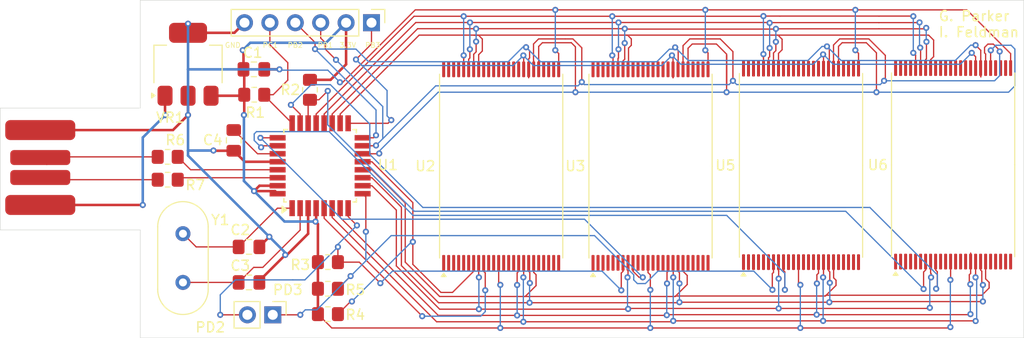
<source format=kicad_pcb>
(kicad_pcb (version 20240108) (generator "pcbnew") (generator_version "8.0")
  (layers (0 "F.Cu" signal) (31 "B.Cu" signal) (34 "B.Paste" user) (35 "F.Paste" user) (36 "B.SilkS" user "B.Silkscreen") (37 "F.SilkS" user "F.Silkscreen") (38 "B.Mask" user) (39 "F.Mask" user) (44 "Edge.Cuts" user))
  (net 0 "")
  (net 1 "+3.3V")
  (net 2 "GND")
  (net 3 "Net-(U1-XTAL1)")
  (net 4 "Net-(U1-PC0{slash}XTAL2)")
  (net 5 "Net-(U1-UCAP)")
  (net 6 "Net-(J1-Pin_4)")
  (net 7 "Net-(J1-Pin_3)")
  (net 8 "Net-(J1-Pin_5)")
  (net 9 "Net-(J1-Pin_1)")
  (net 10 "Net-(J2-Pin_2)")
  (net 11 "Net-(U1-PC7)")
  (net 12 "Net-(U1-~{HWB}{slash}PD7)")
  (net 13 "Net-(J2-Pin_1)")
  (net 14 "Net-(U1-PC2)")
  (net 15 "Net-(U1-D-)")
  (net 16 "Net-(U1-PD0)")
  (net 17 "Net-(U1-PD6)")
  (net 18 "Net-(U1-PB5)")
  (net 19 "Net-(U1-PC4)")
  (net 20 "Net-(U1-PB4)")
  (net 21 "Net-(U1-PB6)")
  (net 22 "Net-(U1-PC6)")
  (net 23 "Net-(U1-PC5)")
  (net 24 "Net-(U1-PB0)")
  (net 25 "Net-(U1-D+)")
  (net 26 "Net-(U1-PB7)")
  (net 27 "Net-(U1-PD4)")
  (net 28 "Net-(U1-PD1)")
  (net 29 "Net-(U1-PD5)")
  (net 154 "Net-(U4-D+)")
  (net 155 "Net-(U4-D-)")
  (net 156 "Net-(U4-VCC)")
  (footprint "Package_SO:TSOP-I-48_18.4x12mm_P0.5mm" (layer "F.Cu") (at 144.086 131.6075 90)
    (property "Reference" "U2")
    (property "Value" "MT29F4G08ABADAWP-ITX_D" (hide yes))
  )
  (footprint "Package_QFP:TQFP-32_7x7mm_P0.8mm" (layer "F.Cu") (at 125.984 131.572 90)
    (property "Reference" "U1")
    (property "Value" "ATmega32U2-A" (hide yes))
  )
  (footprint "Resistor_SMD:R_0805_2012Metric_Pad1.20x1.40mm_HandSolder" (layer "F.Cu") (at 126.762 143.891 180)
    (property "Reference" "R5")
    (property "Value" "10k" (hide yes))
  )
  (footprint "Resistor_SMD:R_0805_2012Metric_Pad1.20x1.40mm_HandSolder" (layer "F.Cu") (at 110.744 132.969 180)
    (property "Reference" "R7")
    (property "Value" "22" (hide yes))
  )
  (footprint "test:PCB_USB_connector" (layer "F.Cu") (at 98 131.75)
    (property "Reference" "U4" (hide yes))
    (property "Value" "~")
  )
  (footprint "Package_SO:TSOP-I-48_18.4x12mm_P0.5mm" (layer "F.Cu") (at 174.066 131.5365 90)
    (property "Reference" "U5")
    (property "Value" "MT29F4G08ABADAWP-ITX_D" (hide yes))
  )
  (footprint "Resistor_SMD:R_0805_2012Metric_Pad1.20x1.40mm_HandSolder" (layer "F.Cu") (at 126.762 146.431 180)
    (property "Reference" "R4")
    (property "Value" "10k" (hide yes))
  )
  (footprint "Connector_PinHeader_2.54mm:PinHeader_1x06_P2.54mm_Vertical" (layer "F.Cu") (at 131.12 117.25 -90)
    (property "Reference" "J1" (hide yes))
    (property "Value" "Conn_01x06_Pin" (hide yes))
  )
  (footprint "Capacitor_SMD:C_0805_2012Metric_Pad1.18x1.45mm_HandSolder" (layer "F.Cu") (at 118.872 143.256)
    (property "Reference" "C3")
    (property "Value" "20pf" (hide yes))
  )
  (footprint "Capacitor_SMD:C_0805_2012Metric_Pad1.18x1.45mm_HandSolder" (layer "F.Cu") (at 118.872 139.7)
    (property "Reference" "C2")
    (property "Value" "20pf" (hide yes))
  )
  (footprint "Capacitor_SMD:C_0805_2012Metric_Pad1.18x1.45mm_HandSolder" (layer "F.Cu") (at 119.3585 121.92 180)
    (property "Reference" "C1")
    (property "Value" "1.uf" (hide yes))
  )
  (footprint "Package_SO:TSOP-I-48_18.4x12mm_P0.5mm" (layer "F.Cu") (at 159.02 131.6075 90)
    (property "Reference" "U3")
    (property "Value" "MT29F4G08ABADAWP-ITX_D" (hide yes))
  )
  (footprint "Resistor_SMD:R_0805_2012Metric_Pad1.20x1.40mm_HandSolder" (layer "F.Cu") (at 126.762 141.224 180)
    (property "Reference" "R3")
    (property "Value" "10k" (hide yes))
  )
  (footprint "Resistor_SMD:R_0805_2012Metric_Pad1.20x1.40mm_HandSolder" (layer "F.Cu") (at 119.396 124.46)
    (property "Reference" "R1")
    (property "Value" "10k" (hide yes))
  )
  (footprint "Crystal:Crystal_HC49-U_Vertical" (layer "F.Cu") (at 112.268 143.256 90)
    (property "Reference" "Y1")
    (property "Value" "16MHz" (hide yes))
  )
  (footprint "Capacitor_SMD:C_0805_2012Metric_Pad1.18x1.45mm_HandSolder" (layer "F.Cu") (at 117.348 129.032 90)
    (property "Reference" "C4")
    (property "Value" "1.uf" (hide yes))
  )
  (footprint "Resistor_SMD:R_0805_2012Metric_Pad1.20x1.40mm_HandSolder" (layer "F.Cu") (at 110.744 130.683 180)
    (property "Reference" "R6")
    (property "Value" "22" (hide yes))
  )
  (footprint "Connector_PinHeader_2.54mm:PinHeader_1x02_P2.54mm_Vertical" (layer "F.Cu") (at 121.25 146.5 -90)
    (property "Reference" "J2" (hide yes))
    (property "Value" "Conn_01x02_Pin" (hide yes))
  )
  (footprint "Resistor_SMD:R_0805_2012Metric_Pad1.20x1.40mm_HandSolder" (layer "F.Cu") (at 124.968 123.968 90)
    (property "Reference" "R2")
    (property "Value" "10k" (hide yes))
  )
  (footprint "Package_SO:TSOP-I-48_18.4x12mm_P0.5mm" (layer "F.Cu") (at 189.274 131.4805 90)
    (property "Reference" "U6")
    (property "Value" "MT29F4G08ABADAWP-ITX_D" (hide yes))
  )
  (footprint "Package_TO_SOT_SMD:SOT-223" (layer "F.Cu") (at 112.776 121.412 90)
    (property "Reference" "VR1")
    (property "Value" "LM3940IMP-3.3_NOPB" (hide yes))
  )
  (gr_line (start 158 115) (end 196.342 115) (stroke (width 0.05)) (layer "Edge.Cuts"))
  (gr_line (start 108 148) (end 108 138) (stroke (width 0.05)) (layer "Edge.Cuts"))
  (gr_line (start 108 115) (end 158 115) (stroke (width 0.05)) (layer "Edge.Cuts"))
  (gr_line (start 196.342 115.8) (end 196.342 148) (stroke (width 0.05)) (layer "Edge.Cuts"))
  (gr_line (start 108 148) (end 108 148.8) (stroke (width 0.05)) (layer "Edge.Cuts"))
  (gr_line (start 196.342 148.8) (end 158 148.8) (stroke (width 0.05)) (layer "Edge.Cuts"))
  (gr_line (start 94 125.8) (end 108 125.8) (stroke (width 0.05)) (layer "Edge.Cuts"))
  (gr_line (start 94 138) (end 108 138) (stroke (width 0.05)) (layer "Edge.Cuts"))
  (gr_line (start 196.342 148.8) (end 196.342 148) (stroke (width 0.05)) (layer "Edge.Cuts"))
  (gr_line (start 108 125.8) (end 108 115.8) (stroke (width 0.05)) (layer "Edge.Cuts"))
  (gr_line (start 196.342 115) (end 196.342 115.8) (stroke (width 0.05)) (layer "Edge.Cuts"))
  (gr_line (start 108 115) (end 108 115.8) (stroke (width 0.05)) (layer "Edge.Cuts"))
  (gr_line (start 94 138) (end 94 125.8) (stroke (width 0.05)) (layer "Edge.Cuts"))
  (gr_line (start 158 148.8) (end 108 148.8) (stroke (width 0.05)) (layer "Edge.Cuts"))
  (gr_text "PB3" (at 131.25 119.5 0) (layer "F.SilkS") (effects (font (size 0.508 0.508) (thickness 0.0762))))
  (gr_text "G. Parker\nI. Feldman" (at 187.75 116 0) (layer "F.SilkS") (effects (font (size 1 1)) (justify left top)))
  (gr_text "PB2" (at 123.5 119.5 0) (layer "F.SilkS") (effects (font (size 0.508 0.508) (thickness 0.0762))))
  (gr_text "PC1" (at 121 119.5 0) (layer "F.SilkS") (effects (font (size 0.508 0.508) (thickness 0.0762))))
  (gr_text "3.3V\n" (at 128.75 119.5 0) (layer "F.SilkS") (effects (font (size 0.508 0.508) (thickness 0.0762))))
  (gr_text "PB1\n" (at 126.5 119.5 0) (layer "F.SilkS") (effects (font (size 0.508 0.508) (thickness 0.0762))))
  (gr_text "PD2" (at 115 147.75 0) (layer "F.SilkS") (effects (font (size 1 1))))
  (gr_text "GND" (at 117.25 119.5 0) (layer "F.SilkS") (effects (font (size 0.508 0.508) (thickness 0.0762))))
  (gr_text "PD3" (at 122.75 144 0) (layer "F.SilkS") (effects (font (size 1 1))))
  (segment (start 125.584 135.822) (end 125.584 137.0966) (width 0.254) (layer "F.Cu") (net 1))
  (segment (start 118.396 121.995) (end 118.321 121.92) (width 0.254) (layer "F.Cu") (net 1))
  (segment (start 173.816 141.224) (end 173.816 143.316) (width 0.127) (layer "F.Cu") (net 1))
  (segment (start 174 147.8175) (end 159 147.8175) (width 0.127) (layer "F.Cu") (net 1))
  (segment (start 118.321 121.92) (end 118.321 120.071) (width 0.254) (layer "F.Cu") (net 1))
  (segment (start 118.396 126.46) (end 118.364 126.492) (width 0.254) (layer "F.Cu") (net 1))
  (segment (start 159 147.8175) (end 144 147.8175) (width 0.127) (layer "F.Cu") (net 1))
  (segment (start 121.474 134.112) (end 121.734 134.372) (width 0.254) (layer "F.Cu") (net 1))
  (segment (start 125.584 137.0966) (end 125.5206 137.16) (width 0.254) (layer "F.Cu") (net 1))
  (segment (start 118.321 120.071) (end 118.25 120) (width 0.254) (layer "F.Cu") (net 1))
  (segment (start 189 147.7279) (end 188.9104 147.8175) (width 0.127) (layer "F.Cu") (net 1))
  (segment (start 118.396 124.46) (end 118.396 121.995) (width 0.254) (layer "F.Cu") (net 1))
  (segment (start 118.294 124.562) (end 118.396 124.46) (width 0.254) (layer "F.Cu") (net 1))
  (segment (start 125.762 137.4014) (end 125.762 141.224) (width 0.254) (layer "F.Cu") (net 1))
  (segment (start 127.1485 147.8175) (end 125.762 146.431) (width 0.127) (layer "F.Cu") (net 1))
  (segment (start 119.38 134.112) (end 119.92 133.572) (width 0.254) (layer "F.Cu") (net 1))
  (segment (start 159 142.5) (end 159 144) (width 0.127) (layer "F.Cu") (net 1))
  (segment (start 189.024 142.976) (end 189 143) (width 0.127) (layer "F.Cu") (net 1))
  (segment (start 128.58 121.42) (end 127.032 122.968) (width 0.254) (layer "F.Cu") (net 1))
  (segment (start 119.92 133.572) (end 121.734 133.572) (width 0.254) (layer "F.Cu") (net 1))
  (segment (start 173.816 143.316) (end 174 143.5) (width 0.127) (layer "F.Cu") (net 1))
  (segment (start 128.58 117.25) (end 128.58 121.42) (width 0.254) (layer "F.Cu") (net 1))
  (segment (start 119.38 134.112) (end 121.474 134.112) (width 0.254) (layer "F.Cu") (net 1))
  (segment (start 125.5206 137.16) (end 125.762 137.4014) (width 0.254) (layer "F.Cu") (net 1))
  (segment (start 158.77 141.295) (end 158.77 142.27) (width 0.127) (layer "F.Cu") (net 1))
  (segment (start 189.024 141.168) (end 189.024 142.976) (width 0.127) (layer "F.Cu") (net 1))
  (segment (start 115.076 124.562) (end 118.294 124.562) (width 0.254) (layer "F.Cu") (net 1))
  (segment (start 188.9104 147.8175) (end 174 147.8175) (width 0.127) (layer "F.Cu") (net 1))
  (segment (start 143.836 143.336) (end 144 143.5) (width 0.127) (layer "F.Cu") (net 1))
  (segment (start 125.762 143.891) (end 125.762 146.431) (width 0.254) (layer "F.Cu") (net 1))
  (segment (start 118.396 124.46) (end 118.396 126.46) (width 0.254) (layer "F.Cu") (net 1))
  (segment (start 158.77 142.27) (end 159 142.5) (width 0.127) (layer "F.Cu") (net 1))
  (segment (start 125.762 141.224) (end 125.762 143.891) (width 0.254) (layer "F.Cu") (net 1))
  (segment (start 143.836 141.295) (end 143.836 143.336) (width 0.127) (layer "F.Cu") (net 1))
  (segment (start 127.032 122.968) (end 124.968 122.968) (width 0.254) (layer "F.Cu") (net 1))
  (segment (start 144 147.8175) (end 127.1485 147.8175) (width 0.127) (layer "F.Cu") (net 1))
  (via (at 119.38 134.112) (size 0.6096) (drill 0.3) (layers "F.Cu" "B.Cu") (net 1))
  (via (at 174 147.8175) (size 0.6096) (drill 0.3) (layers "F.Cu" "B.Cu") (net 1))
  (via (at 118.25 120) (size 0.6096) (drill 0.3) (layers "F.Cu" "B.Cu") (net 1))
  (via (at 144 147.8175) (size 0.6096) (drill 0.3) (layers "F.Cu" "B.Cu") (net 1))
  (via (at 159 144) (size 0.6096) (drill 0.3) (layers "F.Cu" "B.Cu") (net 1))
  (via (at 118.364 126.492) (size 0.6096) (drill 0.3) (layers "F.Cu" "B.Cu") (net 1))
  (via (at 144 143.5) (size 0.6096) (drill 0.3) (layers "F.Cu" "B.Cu") (net 1))
  (via (at 189 147.7279) (size 0.6096) (drill 0.3) (layers "F.Cu" "B.Cu") (net 1))
  (via (at 125.5206 137.16) (size 0.6096) (drill 0.3) (layers "F.Cu" "B.Cu") (net 1))
  (via (at 159 147.8175) (size 0.6096) (drill 0.3) (layers "F.Cu" "B.Cu") (net 1))
  (via (at 189 143) (size 0.6096) (drill 0.3) (layers "F.Cu" "B.Cu") (net 1))
  (via (at 174 143.5) (size 0.6096) (drill 0.3) (layers "F.Cu" "B.Cu") (net 1))
  (segment (start 125.5206 137.16) (end 122.428 137.16) (width 0.254) (layer "B.Cu") (net 1))
  (segment (start 118.364 133.096) (end 119.38 134.112) (width 0.254) (layer "B.Cu") (net 1))
  (segment (start 174 143.5) (end 174 147.8175) (width 0.127) (layer "B.Cu") (net 1))
  (segment (start 118.25 120) (end 118.993698 119.256302) (width 0.254) (layer "B.Cu") (net 1))
  (segment (start 189 143) (end 189 147.7279) (width 0.127) (layer "B.Cu") (net 1))
  (segment (start 126.573698 119.256302) (end 128.58 117.25) (width 0.254) (layer "B.Cu") (net 1))
  (segment (start 118.364 126.492) (end 118.364 133.096) (width 0.254) (layer "B.Cu") (net 1))
  (segment (start 159 144) (end 159 147.8175) (width 0.127) (layer "B.Cu") (net 1))
  (segment (start 118.993698 119.256302) (end 126.573698 119.256302) (width 0.254) (layer "B.Cu") (net 1))
  (segment (start 144 143.5) (end 144 147.8175) (width 0.127) (layer "B.Cu") (net 1))
  (segment (start 122.428 137.16) (end 119.38 134.112) (width 0.254) (layer "B.Cu") (net 1))
  (segment (start 120.396 121.92) (end 121.92 121.92) (width 0.254) (layer "F.Cu") (net 2))
  (segment (start 112.776 117.348) (end 112.776 118.262) (width 0.254) (layer "F.Cu") (net 2))
  (segment (start 149.836 121.92) (end 149.836 120.336) (width 0.127) (layer "F.Cu") (net 2))
  (segment (start 149.836 120.336) (end 149.5 120) (width 0.127) (layer "F.Cu") (net 2))
  (segment (start 122.5 140.5) (end 119.9095 143.0905) (width 0.254) (layer "F.Cu") (net 2))
  (segment (start 190.643466 115.9637) (end 179.5 115.9637) (width 0.127) (layer "F.Cu") (net 2))
  (segment (start 124.784 138.3815) (end 124.784 135.822) (width 0.254) (layer "F.Cu") (net 2))
  (segment (start 179.5 115.9637) (end 164.5 115.9637) (width 0.127) (layer "F.Cu") (net 2))
  (segment (start 117.348 130.0695) (end 115.3375 130.0695) (width 0.254) (layer "F.Cu") (net 2))
  (segment (start 179.816 120.316) (end 179.5 120) (width 0.127) (layer "F.Cu") (net 2))
  (segment (start 118.4505 131.172) (end 117.348 130.0695) (width 0.254) (layer "F.Cu") (net 2))
  (segment (start 112.776 126.492) (end 111.268 128) (width 0.254) (layer "F.Cu") (net 2))
  (segment (start 179.816 121.849) (end 179.816 120.316) (width 0.127) (layer "F.Cu") (net 2))
  (segment (start 164.77 121.92) (end 164.77 120.2723) (width 0.127) (layer "F.Cu") (net 2))
  (segment (start 117.408 118.262) (end 118.42 117.25) (width 0.254) (layer "F.Cu") (net 2))
  (segment (start 121.734 131.172) (end 118.4505 131.172) (width 0.254) (layer "F.Cu") (net 2))
  (segment (start 119.9095 139.6785) (end 120.904 138.684) (width 0.254) (layer "F.Cu") (net 2))
  (segment (start 111.268 128) (end 98 128) (width 0.254) (layer "F.Cu") (net 2))
  (segment (start 112.776 118.262) (end 112.776 118.364) (width 0.254) (layer "F.Cu") (net 2))
  (segment (start 195.024 121.793) (end 195.024 120.344234) (width 0.127) (layer "F.Cu") (net 2))
  (segment (start 195.024 120.344234) (end 190.643466 115.9637) (width 0.127) (layer "F.Cu") (net 2))
  (segment (start 164.77 120.2723) (end 164.5 120.0023) (width 0.127) (layer "F.Cu") (net 2))
  (segment (start 119.9095 143.0905) (end 119.9095 143.256) (width 0.254) (layer "F.Cu") (net 2))
  (segment (start 112.776 126.492) (end 112.776 124.562) (width 0.254) (layer "F.Cu") (net 2))
  (segment (start 119.9095 139.7) (end 119.9095 139.6785) (width 0.254) (layer "F.Cu") (net 2))
  (segment (start 164.5 115.9637) (end 149.5 115.9637) (width 0.127) (layer "F.Cu") (net 2))
  (segment (start 149.5 115.9637) (end 135.5 115.9637) (width 0.127) (layer "F.Cu") (net 2))
  (segment (start 122.6655 140.5) (end 122.5 140.5) (width 0.254) (layer "F.Cu") (net 2))
  (segment (start 135.5 115.9637) (end 128.250977 123.212723) (width 0.127) (layer "F.Cu") (net 2))
  (segment (start 115.3375 130.0695) (end 115.316 130.048) (width 0.254) (layer "F.Cu") (net 2))
  (segment (start 124.784 138.3815) (end 122.6655 140.5) (width 0.254) (layer "F.Cu") (net 2))
  (segment (start 120.396 121.92) (end 120.396 121.476) (width 0.254) (layer "F.Cu") (net 2))
  (segment (start 112.776 118.262) (end 117.408 118.262) (width 0.254) (layer "F.Cu") (net 2))
  (segment (start 128.250977 123.212723) (end 127.962723 123.212723) (width 0.127) (layer "F.Cu") (net 2))
  (via (at 149.5 115.9637) (size 0.6096) (drill 0.3) (layers "F.Cu" "B.Cu") (net 2))
  (via (at 179.5 115.9637) (size 0.6096) (drill 0.3) (layers "F.Cu" "B.Cu") (net 2))
  (via (at 149.5 120) (size 0.6096) (drill 0.3) (layers "F.Cu" "B.Cu") (net 2))
  (via (at 120.904 138.684) (size 0.6096) (drill 0.3) (layers "F.Cu" "B.Cu") (net 2))
  (via (at 121.92 121.92) (size 0.6096) (drill 0.3) (layers "F.Cu" "B.Cu") (net 2))
  (via (at 127.962723 123.212723) (size 0.6096) (drill 0.3) (layers "F.Cu" "B.Cu") (net 2))
  (via (at 112.776 117.348) (size 0.6096) (drill 0.3) (layers "F.Cu" "B.Cu") (net 2))
  (via (at 122.5 140.5) (size 0.6096) (drill 0.3) (layers "F.Cu" "B.Cu") (net 2))
  (via (at 112.776 126.492) (size 0.6096) (drill 0.3) (layers "F.Cu" "B.Cu") (net 2))
  (via (at 164.5 115.9637) (size 0.6096) (drill 0.3) (layers "F.Cu" "B.Cu") (net 2))
  (via (at 115.316 130.048) (size 0.6096) (drill 0.3) (layers "F.Cu" "B.Cu") (net 2))
  (via (at 179.5 120) (size 0.6096) (drill 0.3) (layers "F.Cu" "B.Cu") (net 2))
  (via (at 164.5 120.0023) (size 0.6096) (drill 0.3) (layers "F.Cu" "B.Cu") (net 2))
  (segment (start 149.5 120) (end 149.5 115.9637) (width 0.127) (layer "B.Cu") (net 2))
  (segment (start 112.776 121.92) (end 112.776 126.492) (width 0.254) (layer "B.Cu") (net 2))
  (segment (start 115.316 130.048) (end 112.776 130.048) (width 0.254) (layer "B.Cu") (net 2))
  (segment (start 126.75 122) (end 122 122) (width 0.127) (layer "B.Cu") (net 2))
  (segment (start 122.5 140.5) (end 122.5 140.28) (width 0.254) (layer "B.Cu") (net 2))
  (segment (start 127.962723 123.212723) (end 126.75 122) (width 0.127) (layer "B.Cu") (net 2))
  (segment (start 179.5 120) (end 179.5 115.9637) (width 0.127) (layer "B.Cu") (net 2))
  (segment (start 112.776 117.348) (end 112.776 121.92) (width 0.254) (layer "B.Cu") (net 2))
  (segment (start 112.776 130.556) (end 112.776 130.048) (width 0.254) (layer "B.Cu") (net 2))
  (segment (start 120.904 138.684) (end 112.776 130.556) (width 0.254) (layer "B.Cu") (net 2))
  (segment (start 112.776 130.048) (end 112.776 126.492) (width 0.254) (layer "B.Cu") (net 2))
  (segment (start 122 122) (end 121.92 121.92) (width 0.127) (layer "B.Cu") (net 2))
  (segment (start 121.92 121.92) (end 112.776 121.92) (width 0.254) (layer "B.Cu") (net 2))
  (segment (start 164.5 120.0023) (end 164.5 115.9637) (width 0.127) (layer "B.Cu") (net 2))
  (segment (start 122.5 140.28) (end 120.904 138.684) (width 0.254) (layer "B.Cu") (net 2))
  (segment (start 113.592 139.7) (end 117.8345 139.7) (width 0.127) (layer "F.Cu") (net 3))
  (segment (start 123.184 135.822) (end 121.7125 135.822) (width 0.127) (layer "F.Cu") (net 3))
  (segment (start 121.7125 135.822) (end 117.8345 139.7) (width 0.127) (layer "F.Cu") (net 3))
  (segment (start 112.268 138.376) (end 113.592 139.7) (width 0.127) (layer "F.Cu") (net 3))
  (segment (start 112.268 143.256) (end 117.8345 143.256) (width 0.127) (layer "F.Cu") (net 4))
  (segment (start 123.984 138.016) (end 120.25 141.75) (width 0.127) (layer "F.Cu") (net 4))
  (segment (start 123.984 135.822) (end 123.984 138.016) (width 0.127) (layer "F.Cu") (net 4))
  (segment (start 120.25 141.75) (end 119.3405 141.75) (width 0.127) (layer "F.Cu") (net 4))
  (segment (start 119.3405 141.75) (end 117.8345 143.256) (width 0.127) (layer "F.Cu") (net 4))
  (segment (start 119.7255 130.372) (end 117.348 127.9945) (width 0.127) (layer "F.Cu") (net 5))
  (segment (start 121.734 130.372) (end 119.7255 130.372) (width 0.127) (layer "F.Cu") (net 5))
  (segment (start 161.7853 120.022731) (end 161.483734 119.721165) (width 0.127) (layer "F.Cu") (net 6))
  (segment (start 192.0367 122.650358) (end 192.0367 120.012055) (width 0.127) (layer "F.Cu") (net 6))
  (segment (start 176.8983 119.859656) (end 176.662215 119.623571) (width 0.127) (layer "F.Cu") (net 6))
  (segment (start 192.024 122.637658) (end 192.0565 122.670158) (width 0.127) (layer "F.Cu") (net 6))
  (segment (start 146.836 120.871066) (end 146.9263 120.780766) (width 0.127) (layer "F.Cu") (net 6))
  (segment (start 125.476 119.888) (end 125.476 119.226) (width 0.127) (layer "F.Cu") (net 6))
  (segment (start 131.324 128.772) (end 131.572 128.524) (width 0.127) (layer "F.Cu") (net 6))
  (segment (start 146.9263 120.780766) (end 146.9263 120.05292) (width 0.127) (layer "F.Cu") (net 6))
  (segment (start 161.7853 121.9047) (end 161.7853 120.022731) (width 0.127) (layer "F.Cu") (net 6))
  (segment (start 176.8983 120.922042) (end 176.8983 119.859656) (width 0.127) (layer "F.Cu") (net 6))
  (segment (start 176.816 121.849) (end 176.816 121.004342) (width 0.127) (layer "F.Cu") (net 6))
  (segment (start 176.816 121.004342) (end 176.8983 120.922042) (width 0.127) (layer "F.Cu") (net 6))
  (segment (start 146.836 121.92) (end 146.836 122.764658) (width 0.127) (layer "F.Cu") (net 6))
  (segment (start 130.234 128.772) (end 131.324 128.772) (width 0.127) (layer "F.Cu") (net 6))
  (segment (start 125.476 119.888) (end 125.508 119.856) (width 0.127) (layer "F.Cu") (net 6))
  (segment (start 146.9263 120.05292) (end 146.577095 119.703715) (width 0.127) (layer "F.Cu") (net 6))
  (segment (start 146.836 121.92) (end 146.836 120.871066) (width 0.127) (layer "F.Cu") (net 6))
  (segment (start 192.024 121.793) (end 192.024 122.637658) (width 0.127) (layer "F.Cu") (net 6))
  (segment (start 192.0367 120.012055) (end 191.521215 119.49657) (width 0.127) (layer "F.Cu") (net 6))
  (segment (start 192.0565 122.670158) (end 192.0367 122.650358) (width 0.127) (layer "F.Cu") (net 6))
  (segment (start 161.77 121.92) (end 161.7853 121.9047) (width 0.127) (layer "F.Cu") (net 6))
  (segment (start 125.476 119.226) (end 123.5 117.25) (width 0.127) (layer "F.Cu") (net 6))
  (via (at 191.521215 119.49657) (size 0.6096) (drill 0.3) (layers "F.Cu" "B.Cu") (net 6))
  (via (at 161.483734 119.721165) (size 0.6096) (drill 0.3) (layers "F.Cu" "B.Cu") (net 6))
  (via (at 176.662215 119.623571) (size 0.6096) (drill 0.3) (layers "F.Cu" "B.Cu") (net 6))
  (via (at 131.572 128.524) (size 0.6096) (drill 0.3) (layers "F.Cu" "B.Cu") (net 6))
  (via (at 125.476 119.888) (size 0.6096) (drill 0.3) (layers "F.Cu" "B.Cu") (net 6))
  (via (at 146.577095 119.703715) (size 0.6096) (drill 0.3) (layers "F.Cu" "B.Cu") (net 6))
  (segment (start 162.793569 121.031) (end 161.483734 119.721165) (width 0.127) (layer "B.Cu") (net 6))
  (segment (start 131.572 125.984) (end 125.476 119.888) (width 0.127) (layer "B.Cu") (net 6))
  (segment (start 191.027364 119.49657) (end 189.492934 121.031) (width 0.127) (layer "B.Cu") (net 6))
  (segment (start 161.304199 119.9007) (end 160.905234 119.9007) (width 0.127) (layer "B.Cu") (net 6))
  (segment (start 174.760934 121.031) (end 162.793569 121.031) (width 0.127) (layer "B.Cu") (net 6))
  (segment (start 148.03138 121.158) (end 146.577095 119.703715) (width 0.127) (layer "B.Cu") (net 6))
  (segment (start 178.069644 121.031) (end 176.662215 119.623571) (width 0.127) (layer "B.Cu") (net 6))
  (segment (start 159.647934 121.158) (end 148.03138 121.158) (width 0.127) (layer "B.Cu") (net 6))
  (segment (start 146.577095 119.703715) (end 146.243219 119.703715) (width 0.127) (layer "B.Cu") (net 6))
  (segment (start 189.492934 121.031) (end 178.069644 121.031) (width 0.127) (layer "B.Cu") (net 6))
  (segment (start 144.788934 121.158) (end 130.8295 121.158) (width 0.127) (layer "B.Cu") (net 6))
  (segment (start 160.905234 119.9007) (end 159.647934 121.158) (width 0.127) (layer "B.Cu") (net 6))
  (segment (start 130.8295 121.158) (end 129.5595 119.888) (width 0.127) (layer "B.Cu") (net 6))
  (segment (start 129.5595 119.888) (end 125.476 119.888) (width 0.127) (layer "B.Cu") (net 6))
  (segment (start 131.572 128.524) (end 131.572 125.984) (width 0.127) (layer "B.Cu") (net 6))
  (segment (start 146.243219 119.703715) (end 144.788934 121.158) (width 0.127) (layer "B.Cu") (net 6))
  (segment (start 191.521215 119.49657) (end 191.027364 119.49657) (width 0.127) (layer "B.Cu") (net 6))
  (segment (start 176.168363 119.623571) (end 174.760934 121.031) (width 0.127) (layer "B.Cu") (net 6))
  (segment (start 176.662215 119.623571) (end 176.168363 119.623571) (width 0.127) (layer "B.Cu") (net 6))
  (segment (start 161.483734 119.721165) (end 161.304199 119.9007) (width 0.127) (layer "B.Cu") (net 6))
  (segment (start 162.27 121.92) (end 162.27 119.543) (width 0.127) (layer "F.Cu") (net 7))
  (segment (start 193.297766 119.3927) (end 193.929 120.023934) (width 0.127) (layer "F.Cu") (net 7))
  (segment (start 127.5715 120.9675) (end 126.508 119.904) (width 0.127) (layer "F.Cu") (net 7))
  (segment (start 126.5 119.25) (end 126.5 119.5) (width 0.127) (layer "F.Cu") (net 7))
  (segment (start 152.146 119.761) (end 152.146 123.19) (width 0.127) (layer "F.Cu") (net 7))
  (segment (start 150.495 118.872) (end 151.257 118.872) (width 0.127) (layer "F.Cu") (net 7))
  (segment (start 131.54 129.572) (end 131.572 129.54) (width 0.127) (layer "F.Cu") (net 7))
  (segment (start 162.941 118.872) (end 165.989 118.872) (width 0.127) (layer "F.Cu") (net 7))
  (segment (start 126.04 118.79) (end 126.5 119.25) (width 0.127) (layer "F.Cu") (net 7))
  (segment (start 182.499 120.523) (end 182.499 122.936) (width 0.127) (layer "F.Cu") (net 7))
  (segment (start 193.929 120.023934) (end 193.929 120.1293) (width 0.127) (layer "F.Cu") (net 7))
  (segment (start 165.989 118.872) (end 167.259 120.142) (width 0.127) (layer "F.Cu") (net 7))
  (segment (start 180.848 118.872) (end 182.499 120.523) (width 0.127) (layer "F.Cu") (net 7))
  (segment (start 192.524 121.793) (end 192.524 120.379066) (width 0.127) (layer "F.Cu") (net 7))
  (segment (start 147.336 121.075342) (end 147.32 121.059342) (width 0.127) (layer "F.Cu") (net 7))
  (segment (start 130.234 129.572) (end 131.54 129.572) (width 0.127) (layer "F.Cu") (net 7))
  (segment (start 162.27 119.543) (end 162.941 118.872) (width 0.127) (layer "F.Cu") (net 7))
  (segment (start 126.04 117.25) (end 126.04 118.79) (width 0.127) (layer "F.Cu") (net 7))
  (segment (start 192.524 120.379066) (end 192.4177 120.272766) (width 0.127) (layer "F.Cu") (net 7))
  (segment (start 177.316 121.849) (end 177.316 119.483) (width 0.127) (layer "F.Cu") (net 7))
  (segment (start 147.828 118.872) (end 150.495 118.872) (width 0.127) (layer "F.Cu") (net 7))
  (segment (start 126.5 119.5) (end 126.508 119.508) (width 0.127) (layer "F.Cu") (net 7))
  (segment (start 192.4177 119.7243) (end 192.7493 119.3927) (width 0.127) (layer "F.Cu") (net 7))
  (segment (start 126.508 119.508) (end 126.508 119.904) (width 0.127) (layer "F.Cu") (net 7))
  (segment (start 167.259 120.142) (end 167.259 123.063) (width 0.127) (layer "F.Cu") (net 7))
  (segment (start 147.32 121.059342) (end 147.32 119.38) (width 0.127) (layer "F.Cu") (net 7))
  (segment (start 192.4177 120.272766) (end 192.4177 119.7243) (width 0.127) (layer "F.Cu") (net 7))
  (segment (start 177.316 119.483) (end 177.927 118.872) (width 0.127) (layer "F.Cu") (net 7))
  (segment (start 151.257 118.872) (end 152.146 119.761) (width 0.127) (layer "F.Cu") (net 7))
  (segment (start 147.336 121.92) (end 147.336 121.075342) (width 0.127) (layer "F.Cu") (net 7))
  (segment (start 147.32 119.38) (end 147.828 118.872) (width 0.127) (layer "F.Cu") (net 7))
  (segment (start 182.499 122.936) (end 182.372 123.063) (width 0.127) (layer "F.Cu") (net 7))
  (segment (start 177.927 118.872) (end 180.848 118.872) (width 0.127) (layer "F.Cu") (net 7))
  (segment (start 192.7493 119.3927) (end 193.297766 119.3927) (width 0.127) (layer "F.Cu") (net 7))
  (via (at 152.146 123.19) (size 0.6096) (drill 0.3) (layers "F.Cu" "B.Cu") (net 7))
  (via (at 193.929 120.1293) (size 0.6096) (drill 0.3) (layers "F.Cu" "B.Cu") (net 7))
  (via (at 182.372 123.063) (size 0.6096) (drill 0.3) (layers "F.Cu" "B.Cu") (net 7))
  (via (at 167.259 123.063) (size 0.6096) (drill 0.3) (layers "F.Cu" "B.Cu") (net 7))
  (via (at 131.572 129.54) (size 0.6096) (drill 0.3) (layers "F.Cu" "B.Cu") (net 7))
  (via (at 127.5715 120.9675) (size 0.6096) (drill 0.3) (layers "F.Cu" "B.Cu") (net 7))
  (segment (start 152.4 123.444) (end 152.146 123.19) (width 0.127) (layer "B.Cu") (net 7))
  (segment (start 137.541 123.571) (end 132.2451 128.8669) (width 0.127) (layer "B.Cu") (net 7))
  (segment (start 181.991 123.444) (end 167.64 123.444) (width 0.127) (layer "B.Cu") (net 7))
  (segment (start 193.929 122.555) (end 193.421 123.063) (width 0.127) (layer "B.Cu") (net 7))
  (segment (start 182.372 123.063) (end 181.991 123.444) (width 0.127) (layer "B.Cu") (net 7))
  (segment (start 127.5715 120.9675) (end 132.2451 125.6411) (width 0.127) (layer "B.Cu") (net 7))
  (segment (start 167.259 123.063) (end 166.878 123.444) (width 0.127) (layer "B.Cu") (net 7))
  (segment (start 193.421 123.063) (end 182.372 123.063) (width 0.127) (layer "B.Cu") (net 7))
  (segment (start 193.929 120.1293) (end 193.929 122.555) (width 0.127) (layer "B.Cu") (net 7))
  (segment (start 132.2451 125.6411) (end 132.2451 128.8669) (width 0.127) (layer "B.Cu") (net 7))
  (segment (start 132.2451 128.8669) (end 131.572 129.54) (width 0.127) (layer "B.Cu") (net 7))
  (segment (start 152.146 123.19) (end 151.765 123.571) (width 0.127) (layer "B.Cu") (net 7))
  (segment (start 167.64 123.444) (end 167.259 123.063) (width 0.127) (layer "B.Cu") (net 7))
  (segment (start 151.765 123.571) (end 137.541 123.571) (width 0.127) (layer "B.Cu") (net 7))
  (segment (start 166.878 123.444) (end 152.4 123.444) (width 0.127) (layer "B.Cu") (net 7))
  (segment (start 120.96 119.46) (end 120.96 117.25) (width 0.127) (layer "F.Cu") (net 8))
  (segment (start 122.75 121.25) (end 120.96 119.46) (width 0.127) (layer "F.Cu") (net 8))
  (segment (start 120.396 124.534) (end 123.184 127.322) (width 0.127) (layer "F.Cu") (net 8))
  (segment (start 122.75 123) (end 122.75 121.25) (width 0.127) (layer "F.Cu") (net 8))
  (segment (start 120.396 124.46) (end 120.396 124.534) (width 0.127) (layer "F.Cu") (net 8))
  (segment (start 120.396 124.46) (end 121.29 124.46) (width 0.127) (layer "F.Cu") (net 8))
  (segment (start 121.29 124.46) (end 122.75 123) (width 0.127) (layer "F.Cu") (net 8))
  (segment (start 131.12 119.38) (end 131.12 117.25) (width 0.127) (layer "F.Cu") (net 9))
  (segment (start 161.27 122.764658) (end 161.27 120.63) (width 0.127) (layer "F.Cu") (net 9))
  (segment (start 128.784 127.322) (end 132.774 127.322) (width 0.127) (layer "F.Cu") (net 9))
  (segment (start 176.316 121.849) (end 176.316 120.464958) (width 0.127) (layer "F.Cu") (net 9))
  (segment (start 132.774 127.322) (end 133.096 127) (width 0.127) (layer "F.Cu") (net 9))
  (segment (start 176.316 120.464958) (end 176.276 120.424958) (width 0.127) (layer "F.Cu") (net 9))
  (segment (start 146.336 120.559304) (end 146.304 120.527304) (width 0.127) (layer "F.Cu") (net 9))
  (segment (start 146.336 121.92) (end 146.336 120.559304) (width 0.127) (layer "F.Cu") (net 9))
  (segment (start 191.524 121.793) (end 191.524 120.658) (width 0.127) (layer "F.Cu") (net 9))
  (segment (start 191.524 120.658) (end 191.135 120.269) (width 0.127) (layer "F.Cu") (net 9))
  (segment (start 161.27 120.63) (end 161.163 120.523) (width 0.127) (layer "F.Cu") (net 9))
  (segment (start 161.27 121.92) (end 161.27 122.764658) (width 0.127) (layer "F.Cu") (net 9))
  (segment (start 129.568 120.932) (end 131.12 119.38) (width 0.127) (layer "F.Cu") (net 9))
  (via (at 133.096 127) (size 0.6096) (drill 0.3) (layers "F.Cu" "B.Cu") (net 9))
  (via (at 176.276 120.424958) (size 0.6096) (drill 0.3) (layers "F.Cu" "B.Cu") (net 9))
  (via (at 161.163 120.523) (size 0.6096) (drill 0.3) (layers "F.Cu" "B.Cu") (net 9))
  (via (at 146.304 120.527304) (size 0.6096) (drill 0.3) (layers "F.Cu" "B.Cu") (net 9))
  (via (at 191.135 120.269) (size 0.6096) (drill 0.3) (layers "F.Cu" "B.Cu") (net 9))
  (via (at 129.568 120.932) (size 0.6096) (drill 0.3) (layers "F.Cu" "B.Cu") (net 9))
  (segment (start 129.568 120.932) (end 130.175 121.539) (width 0.127) (layer "B.Cu") (net 9))
  (segment (start 191.135 120.269) (end 189.992 121.412) (width 0.127) (layer "B.Cu") (net 9))
  (segment (start 176.304958 120.424958) (end 176.276 120.424958) (width 0.127) (layer "B.Cu") (net 9))
  (segment (start 132.6769 126.5809) (end 133.096 127) (width 0.127) (layer "B.Cu") (net 9))
  (segment (start 161.163 120.523) (end 160.147 121.539) (width 0.127) (layer "B.Cu") (net 9))
  (segment (start 162.052 121.412) (end 161.163 120.523) (width 0.127) (layer "B.Cu") (net 9))
  (segment (start 177.292 121.412) (end 176.304958 120.424958) (width 0.127) (layer "B.Cu") (net 9))
  (segment (start 160.147 121.539) (end 147.315696 121.539) (width 0.127) (layer "B.Cu") (net 9))
  (segment (start 130.175 121.539) (end 145.292304 121.539) (width 0.127) (layer "B.Cu") (net 9))
  (segment (start 189.992 121.412) (end 177.292 121.412) (width 0.127) (layer "B.Cu") (net 9))
  (segment (start 176.276 120.424958) (end 175.288958 121.412) (width 0.127) (layer "B.Cu") (net 9))
  (segment (start 129.568 120.932) (end 132.6769 124.0409) (width 0.127) (layer "B.Cu") (net 9))
  (segment (start 132.6769 124.0409) (end 132.6769 126.5809) (width 0.127) (layer "B.Cu") (net 9))
  (segment (start 147.315696 121.539) (end 146.304 120.527304) (width 0.127) (layer "B.Cu") (net 9))
  (segment (start 175.288958 121.412) (end 162.052 121.412) (width 0.127) (layer "B.Cu") (net 9))
  (segment (start 145.292304 121.539) (end 146.304 120.527304) (width 0.127) (layer "B.Cu") (net 9))
  (segment (start 156.0957 142.313958) (end 156.27 142.139658) (width 0.127) (layer "F.Cu") (net 10))
  (segment (start 118.71 146.29) (end 118.71 146.5) (width 0.127) (layer "F.Cu") (net 10))
  (segment (start 118.71 146.5) (end 116 146.5) (width 0.127) (layer "F.Cu") (net 10))
  (segment (start 127.762 139.7) (end 127.762 141.224) (width 0.127) (layer "F.Cu") (net 10))
  (segment (start 156.0957 144.0434) (end 156.0957 142.313958) (width 0.127) (layer "F.Cu") (net 10))
  (segment (start 129.898868 141.224) (end 132.005434 143.330566) (width 0.127) (layer "F.Cu") (net 10))
  (segment (start 128.784 135.822) (end 128.784 136.668934) (width 0.127) (layer "F.Cu") (net 10))
  (segment (start 156.27 142.139658) (end 156.27 141.295) (width 0.127) (layer "F.Cu") (net 10))
  (segment (start 127.762 141.224) (end 129.898868 141.224) (width 0.127) (layer "F.Cu") (net 10))
  (segment (start 128.784 136.668934) (end 129.661533 137.546467) (width 0.127) (layer "F.Cu") (net 10))
  (via (at 129.661533 137.546467) (size 0.6096) (drill 0.3) (layers "F.Cu" "B.Cu") (net 10))
  (via (at 156.0957 144.0434) (size 0.6096) (drill 0.3) (layers "F.Cu" "B.Cu") (net 10))
  (via (at 116 146.5) (size 0.6096) (drill 0.3) (layers "F.Cu" "B.Cu") (net 10))
  (via (at 127.762 139.7) (size 0.6096) (drill 0.3) (layers "F.Cu" "B.Cu") (net 10))
  (via (at 132.005434 143.330566) (size 0.6096) (drill 0.3) (layers "F.Cu" "B.Cu") (net 10))
  (segment (start 116 144.5) (end 117.5 143) (width 0.127) (layer "B.Cu") (net 10))
  (segment (start 116 146.5) (end 116 144.5) (width 0.127) (layer "B.Cu") (net 10))
  (segment (start 132.005434 143.330566) (end 133.2103 142.1257) (width 0.127) (layer "B.Cu") (net 10))
  (segment (start 154.178 142.1257) (end 156.0957 144.0434) (width 0.127) (layer "B.Cu") (net 10))
  (segment (start 117.5 143) (end 123.25 143) (width 0.127) (layer "B.Cu") (net 10))
  (segment (start 129.661533 137.546467) (end 127.762 139.446) (width 0.127) (layer "B.Cu") (net 10))
  (segment (start 133.2103 142.1257) (end 154.178 142.1257) (width 0.127) (layer "B.Cu") (net 10))
  (segment (start 127.762 139.446) (end 127.762 139.7) (width 0.127) (layer "B.Cu") (net 10))
  (segment (start 124.462 143) (end 127.762 139.7) (width 0.127) (layer "B.Cu") (net 10))
  (segment (start 123.25 143) (end 124.462 143) (width 0.127) (layer "B.Cu") (net 10))
  (segment (start 186.3217 142.214958) (end 186.524 142.012658) (width 0.127) (layer "F.Cu") (net 11))
  (segment (start 125.857 124.968) (end 126.746 124.079) (width 0.127) (layer "F.Cu") (net 11))
  (segment (start 124.968 124.968) (end 125.857 124.968) (width 0.127) (layer "F.Cu") (net 11))
  (segment (start 124.784 125.152) (end 124.968 124.968) (width 0.127) (layer "F.Cu") (net 11))
  (segment (start 124.784 127.322) (end 124.784 125.152) (width 0.127) (layer "F.Cu") (net 11))
  (segment (start 186.524 142.012658) (end 186.524 141.168) (width 0.127) (layer "F.Cu") (net 11))
  (segment (start 186.3217 143.9164) (end 186.3217 142.214958) (width 0.127) (layer "F.Cu") (net 11))
  (via (at 186.3217 143.9164) (size 0.6096) (drill 0.3) (layers "F.Cu" "B.Cu") (net 11))
  (via (at 126.746 124.079) (size 0.6096) (drill 0.3) (layers "F.Cu" "B.Cu") (net 11))
  (segment (start 135.397408 136.128592) (end 178.533892 136.128592) (width 0.127) (layer "B.Cu") (net 11))
  (segment (start 178.533892 136.128592) (end 186.3217 143.9164) (width 0.127) (layer "B.Cu") (net 11))
  (segment (start 126.746 124.079) (end 126.746 127.477184) (width 0.127) (layer "B.Cu") (net 11))
  (segment (start 126.746 127.477184) (end 135.397408 136.128592) (width 0.127) (layer "B.Cu") (net 11))
  (segment (start 138.064408 144.256592) (end 139.219066 144.256592) (width 0.127) (layer "F.Cu") (net 12))
  (segment (start 135.255 139.192) (end 135.255 141.447184) (width 0.127) (layer "F.Cu") (net 12))
  (segment (start 141.336 142.139658) (end 141.336 141.295) (width 0.127) (layer "F.Cu") (net 12))
  (segment (start 127.762 146.431) (end 129.032 145.161) (width 0.127) (layer "F.Cu") (net 12))
  (segment (start 135.255 141.447184) (end 138.064408 144.256592) (width 0.127) (layer "F.Cu") (net 12))
  (segment (start 135.255 139.192) (end 135.255 135.266) (width 0.127) (layer "F.Cu") (net 12))
  (segment (start 135.255 135.266) (end 131.161 131.172) (width 0.127) (layer "F.Cu") (net 12))
  (segment (start 131.161 131.172) (end 130.234 131.172) (width 0.127) (layer "F.Cu") (net 12))
  (segment (start 139.219066 144.256592) (end 141.336 142.139658) (width 0.127) (layer "F.Cu") (net 12))
  (segment (start 129.032 145.161) (end 129.159 145.161) (width 0.127) (layer "F.Cu") (net 12))
  (via (at 129.159 145.161) (size 0.6096) (drill 0.3) (layers "F.Cu" "B.Cu") (net 12))
  (via (at 135.255 139.192) (size 0.6096) (drill 0.3) (layers "F.Cu" "B.Cu") (net 12))
  (segment (start 129.159 145.161) (end 135.128 139.192) (width 0.127) (layer "B.Cu") (net 12))
  (segment (start 135.128 139.192) (end 135.255 139.192) (width 0.127) (layer "B.Cu") (net 12))
  (segment (start 122 146.5) (end 124 146.5) (width 0.127) (layer "F.Cu") (net 13))
  (segment (start 130.556 138.176) (end 130.556 134.694) (width 0.127) (layer "F.Cu") (net 13))
  (segment (start 171.196 142.375934) (end 171.196 143.9814) (width 0.127) (layer "F.Cu") (net 13))
  (segment (start 171.316 142.255934) (end 171.196 142.375934) (width 0.127) (layer "F.Cu") (net 13))
  (segment (start 130.556 134.694) (end 130.234 134.372) (width 0.127) (layer "F.Cu") (net 13))
  (segment (start 171.316 141.224) (end 171.316 142.255934) (width 0.127) (layer "F.Cu") (net 13))
  (segment (start 171.196 143.9814) (end 171.2087 143.9941) (width 0.127) (layer "F.Cu") (net 13))
  (segment (start 127.762 143.891) (end 129.032 142.621) (width 0.127) (layer "F.Cu") (net 13))
  (via (at 129.032 142.621) (size 0.6096) (drill 0.3) (layers "F.Cu" "B.Cu") (net 13))
  (via (at 171.2087 143.9941) (size 0.6096) (drill 0.3) (layers "F.Cu" "B.Cu") (net 13))
  (via (at 124 146.5) (size 0.6096) (drill 0.3) (layers "F.Cu" "B.Cu") (net 13))
  (via (at 130.556 138.176) (size 0.6096) (drill 0.3) (layers "F.Cu" "B.Cu") (net 13))
  (segment (start 157.3403 142.490234) (end 153.419766 138.5697) (width 0.127) (layer "B.Cu") (net 13))
  (segment (start 153.419766 138.5697) (end 133.0833 138.5697) (width 0.127) (layer "B.Cu") (net 13))
  (segment (start 124.5 146) (end 125.653 146) (width 0.127) (layer "B.Cu") (net 13))
  (segment (start 159.7533 142.1257) (end 158.5087 143.3703) (width 0.127) (layer "B.Cu") (net 13))
  (segment (start 171.2087 143.9941) (end 169.3403 142.1257) (width 0.127) (layer "B.Cu") (net 13))
  (segment (start 124 146.5) (end 124.5 146) (width 0.127) (layer "B.Cu") (net 13))
  (segment (start 158.5087 143.3703) (end 157.704834 143.3703) (width 0.127) (layer "B.Cu") (net 13))
  (segment (start 130.556 141.097) (end 130.556 138.176) (width 0.127) (layer "B.Cu") (net 13))
  (segment (start 169.3403 142.1257) (end 159.7533 142.1257) (width 0.127) (layer "B.Cu") (net 13))
  (segment (start 157.704834 143.3703) (end 157.3403 143.005766) (width 0.127) (layer "B.Cu") (net 13))
  (segment (start 129.032 142.621) (end 130.556 141.097) (width 0.127) (layer "B.Cu") (net 13))
  (segment (start 125.653 146) (end 129.032 142.621) (width 0.127) (layer "B.Cu") (net 13))
  (segment (start 157.3403 143.005766) (end 157.3403 142.490234) (width 0.127) (layer "B.Cu") (net 13))
  (segment (start 133.0833 138.5697) (end 130.556 141.097) (width 0.127) (layer "B.Cu") (net 13))
  (segment (start 126.384 135.822) (end 126.384 136.829066) (width 0.127) (layer "F.Cu") (net 14))
  (segment (start 142.494 144.0434) (end 142.494 142.297658) (width 0.127) (layer "F.Cu") (net 14))
  (segment (start 142.494 142.297658) (end 142.336 142.139658) (width 0.127) (layer "F.Cu") (net 14))
  (segment (start 142.336 142.139658) (end 142.336 141.295) (width 0.127) (layer "F.Cu") (net 14))
  (segment (start 126.384 136.829066) (end 136.191967 146.637033) (width 0.127) (layer "F.Cu") (net 14))
  (via (at 142.494 144.0434) (size 0.6096) (drill 0.3) (layers "F.Cu" "B.Cu") (net 14))
  (via (at 136.191967 146.637033) (size 0.6096) (drill 0.3) (layers "F.Cu" "B.Cu") (net 14))
  (segment (start 142.494 146.180766) (end 142.494 144.0434) (width 0.127) (layer "B.Cu") (net 14))
  (segment (start 142.037733 146.637033) (end 142.494 146.180766) (width 0.127) (layer "B.Cu") (net 14))
  (segment (start 136.191967 146.637033) (end 142.037733 146.637033) (width 0.127) (layer "B.Cu") (net 14))
  (segment (start 121.734 132.772) (end 111.941 132.772) (width 0.127) (layer "F.Cu") (net 15))
  (segment (start 111.941 132.772) (end 111.744 132.969) (width 0.127) (layer "F.Cu") (net 15))
  (segment (start 146.336 142.716) (end 146.336 141.295) (width 0.127) (layer "F.Cu") (net 16))
  (segment (start 191.524 142.359) (end 191.524 141.168) (width 0.127) (layer "F.Cu") (net 16))
  (segment (start 161.29 147.1056) (end 176.276 147.1056) (width 0.127) (layer "F.Cu") (net 16))
  (segment (start 127.184 135.822) (end 127.184 136.749) (width 0.127) (layer "F.Cu") (net 16))
  (segment (start 161.29 142.748) (end 161.29 141.315) (width 0.127) (layer "F.Cu") (net 16))
  (segment (start 191.516 142.748) (end 191.516 142.367) (width 0.127) (layer "F.Cu") (net 16))
  (segment (start 146.304 147.1952) (end 161.2004 147.1952) (width 0.127) (layer "F.Cu") (net 16))
  (segment (start 176.316 142.708) (end 176.316 141.224) (width 0.127) (layer "F.Cu") (net 16))
  (segment (start 146.304 142.748) (end 146.336 142.716) (width 0.127) (layer "F.Cu") (net 16))
  (segment (start 191.50988 147.1056) (end 191.526162 147.121882) (width 0.127) (layer "F.Cu") (net 16))
  (segment (start 161.2004 147.1952) (end 161.29 147.1056) (width 0.127) (layer "F.Cu") (net 16))
  (segment (start 137.6302 147.1952) (end 146.304 147.1952) (width 0.127) (layer "F.Cu") (net 16))
  (segment (start 127.184 136.749) (end 137.6302 147.1952) (width 0.127) (layer "F.Cu") (net 16))
  (segment (start 191.516 142.367) (end 191.524 142.359) (width 0.127) (layer "F.Cu") (net 16))
  (segment (start 161.29 141.315) (end 161.27 141.295) (width 0.127) (layer "F.Cu") (net 16))
  (segment (start 176.276 142.748) (end 176.316 142.708) (width 0.127) (layer "F.Cu") (net 16))
  (segment (start 176.276 147.1056) (end 191.50988 147.1056) (width 0.127) (layer "F.Cu") (net 16))
  (via (at 191.516 142.748) (size 0.6096) (drill 0.3) (layers "F.Cu" "B.Cu") (net 16))
  (via (at 191.526162 147.121882) (size 0.6096) (drill 0.3) (layers "F.Cu" "B.Cu") (net 16))
  (via (at 146.304 147.1952) (size 0.6096) (drill 0.3) (layers "F.Cu" "B.Cu") (net 16))
  (via (at 161.29 147.1056) (size 0.6096) (drill 0.3) (layers "F.Cu" "B.Cu") (net 16))
  (via (at 176.276 142.748) (size 0.6096) (drill 0.3) (layers "F.Cu" "B.Cu") (net 16))
  (via (at 146.304 142.748) (size 0.6096) (drill 0.3) (layers "F.Cu" "B.Cu") (net 16))
  (via (at 176.276 147.1056) (size 0.6096) (drill 0.3) (layers "F.Cu" "B.Cu") (net 16))
  (via (at 161.29 142.748) (size 0.6096) (drill 0.3) (layers "F.Cu" "B.Cu") (net 16))
  (segment (start 161.29 147.1056) (end 161.29 142.748) (width 0.127) (layer "B.Cu") (net 16))
  (segment (start 176.276 147.1056) (end 176.276 142.748) (width 0.127) (layer "B.Cu") (net 16))
  (segment (start 191.6303 147.017744) (end 191.6303 142.8623) (width 0.127) (layer "B.Cu") (net 16))
  (segment (start 146.304 147.1952) (end 146.304 142.748) (width 0.127) (layer "B.Cu") (net 16))
  (segment (start 191.6303 142.8623) (end 191.516 142.748) (width 0.127) (layer "B.Cu") (net 16))
  (segment (start 191.526162 147.121882) (end 191.6303 147.017744) (width 0.127) (layer "B.Cu") (net 16))
  (segment (start 177.326 142.795056) (end 177.5673 143.036356) (width 0.127) (layer "F.Cu") (net 17))
  (segment (start 146.485275 144.6657) (end 161.485325 144.6657) (width 0.127) (layer "F.Cu") (net 17))
  (segment (start 161.485325 144.6657) (end 162.687 143.464025) (width 0.127) (layer "F.Cu") (net 17))
  (segment (start 177.5673 143.036356) (end 177.5673 143.551888) (width 0.127) (layer "F.Cu") (net 17))
  (segment (start 192.8749 143.252234) (end 192.8749 143.8148) (width 0.127) (layer "F.Cu") (net 17))
  (segment (start 192.524 142.901334) (end 192.8749 143.252234) (width 0.127) (layer "F.Cu") (net 17))
  (segment (start 130.234 131.972) (end 131.161 131.972) (width 0.127) (layer "F.Cu") (net 17))
  (segment (start 162.687 143.464025) (end 162.687 142.556658) (width 0.127) (layer "F.Cu") (net 17))
  (segment (start 192.8749 143.8148) (end 192.151 144.5387) (width 0.127) (layer "F.Cu") (net 17))
  (segment (start 137.9347 144.6657) (end 146.485275 144.6657) (width 0.127) (layer "F.Cu") (net 17))
  (segment (start 134.493 135.304) (end 134.493 141.224) (width 0.127) (layer "F.Cu") (net 17))
  (segment (start 177.5673 143.551888) (end 176.502788 144.6164) (width 0.127) (layer "F.Cu") (net 17))
  (segment (start 162.27 142.139658) (end 162.27 141.295) (width 0.127) (layer "F.Cu") (net 17))
  (segment (start 134.493 141.224) (end 137.9347 144.6657) (width 0.127) (layer "F.Cu") (net 17))
  (segment (start 147.336 142.243208) (end 147.336 141.295) (width 0.127) (layer "F.Cu") (net 17))
  (segment (start 176.580488 144.5387) (end 176.502788 144.6164) (width 0.127) (layer "F.Cu") (net 17))
  (segment (start 161.534625 144.6164) (end 161.485325 144.6657) (width 0.127) (layer "F.Cu") (net 17))
  (segment (start 176.502788 144.6164) (end 161.534625 144.6164) (width 0.127) (layer "F.Cu") (net 17))
  (segment (start 147.574092 142.4813) (end 147.336 142.243208) (width 0.127) (layer "F.Cu") (net 17))
  (segment (start 146.485275 144.6657) (end 147.574092 143.576883) (width 0.127) (layer "F.Cu") (net 17))
  (segment (start 177.316 142.029842) (end 177.326 142.039842) (width 0.127) (layer "F.Cu") (net 17))
  (segment (start 162.687 142.556658) (end 162.27 142.139658) (width 0.127) (layer "F.Cu") (net 17))
  (segment (start 192.151 144.5387) (end 176.580488 144.5387) (width 0.127) (layer "F.Cu") (net 17))
  (segment (start 177.326 142.039842) (end 177.326 142.795056) (width 0.127) (layer "F.Cu") (net 17))
  (segment (start 131.161 131.972) (end 134.493 135.304) (width 0.127) (layer "F.Cu") (net 17))
  (segment (start 177.316 141.224) (end 177.316 142.029842) (width 0.127) (layer "F.Cu") (net 17))
  (segment (start 192.524 141.168) (end 192.524 142.901334) (width 0.127) (layer "F.Cu") (net 17))
  (segment (start 147.574092 143.576883) (end 147.574092 142.4813) (width 0.127) (layer "F.Cu") (net 17))
  (segment (start 135.7296 117.8494) (end 127.184 126.395) (width 0.127) (layer "F.Cu") (net 18))
  (segment (start 171.556608 117.860739) (end 171.527851 117.889496) (width 0.127) (layer "F.Cu") (net 18))
  (segment (start 127.184 126.395) (end 127.184 127.322) (width 0.127) (layer "F.Cu") (net 18))
  (segment (start 186.490683 117.860739) (end 186.5843 117.767122) (width 0.127) (layer "F.Cu") (net 18))
  (segment (start 171.556608 117.860739) (end 181.859261 117.860739) (width 0.127) (layer "F.Cu") (net 18))
  (segment (start 171.316 121.849) (end 171.316 120.278707) (width 0.127) (layer "F.Cu") (net 18))
  (segment (start 186.524 120.948342) (end 186.524 121.793) (width 0.127) (layer "F.Cu") (net 18))
  (segment (start 156.4386 119.288781) (end 156.4386 120.906742) (width 0.127) (layer "F.Cu") (net 18))
  (segment (start 141.5796 120.167365) (end 141.5796 119.139306) (width 0.127) (layer "F.Cu") (net 18))
  (segment (start 156.481805 117.889496) (end 156.441709 117.8494) (width 0.127) (layer "F.Cu") (net 18))
  (segment (start 186.609335 120.863007) (end 186.524 120.948342) (width 0.127) (layer "F.Cu") (net 18))
  (segment (start 186.609335 119.15534) (end 186.609335 120.863007) (width 0.127) (layer "F.Cu") (net 18))
  (segment (start 181.859261 117.860739) (end 186.490683 117.860739) (width 0.127) (layer "F.Cu") (net 18))
  (segment (start 171.5516 120.043107) (end 171.5516 119.161781) (width 0.127) (layer "F.Cu") (net 18))
  (segment (start 141.5796 117.8494) (end 156.441709 117.8494) (width 0.127) (layer "F.Cu") (net 18))
  (segment (start 156.27 121.075342) (end 156.27 121.92) (width 0.127) (layer "F.Cu") (net 18))
  (segment (start 171.527851 117.889496) (end 156.481805 117.889496) (width 0.127) (layer "F.Cu") (net 18))
  (segment (start 141.3383 121.9177) (end 141.3383 120.408665) (width 0.127) (layer "F.Cu") (net 18))
  (segment (start 156.4386 120.906742) (end 156.27 121.075342) (width 0.127) (layer "F.Cu") (net 18))
  (segment (start 141.5796 117.8494) (end 135.7296 117.8494) (width 0.127) (layer "F.Cu") (net 18))
  (segment (start 141.336 121.92) (end 141.3383 121.9177) (width 0.127) (layer "F.Cu") (net 18))
  (segment (start 141.3383 120.408665) (end 141.5796 120.167365) (width 0.127) (layer "F.Cu") (net 18))
  (segment (start 171.316 120.278707) (end 171.5516 120.043107) (width 0.127) (layer "F.Cu") (net 18))
  (via (at 156.441709 117.8494) (size 0.6096) (drill 0.3) (layers "F.Cu" "B.Cu") (net 18))
  (via (at 156.4386 119.288781) (size 0.6096) (drill 0.3) (layers "F.Cu" "B.Cu") (net 18))
  (via (at 171.5516 119.161781) (size 0.6096) (drill 0.3) (layers "F.Cu" "B.Cu") (net 18))
  (via (at 141.5796 117.8494) (size 0.6096) (drill 0.3) (layers "F.Cu" "B.Cu") (net 18))
  (via (at 186.609335 119.15534) (size 0.6096) (drill 0.3) (layers "F.Cu" "B.Cu") (net 18))
  (via (at 141.5796 119.139306) (size 0.6096) (drill 0.3) (layers "F.Cu" "B.Cu") (net 18))
  (via (at 171.556608 117.860739) (size 0.6096) (drill 0.3) (layers "F.Cu" "B.Cu") (net 18))
  (via (at 186.5843 117.767122) (size 0.6096) (drill 0.3) (layers "F.Cu" "B.Cu") (net 18))
  (segment (start 156.441709 117.8494) (end 156.4386 117.852509) (width 0.127) (layer "B.Cu") (net 18))
  (segment (start 186.5843 117.767122) (end 186.5843 119.130305) (width 0.127) (layer "B.Cu") (net 18))
  (segment (start 141.5796 119.139306) (end 141.5796 117.8494) (width 0.127) (layer "B.Cu") (net 18))
  (segment (start 171.5516 119.161781) (end 171.5516 117.865747) (width 0.127) (layer "B.Cu") (net 18))
  (segment (start 171.5516 117.865747) (end 171.556608 117.860739) (width 0.127) (layer "B.Cu") (net 18))
  (segment (start 156.4386 117.852509) (end 156.4386 119.288781) (width 0.127) (layer "B.Cu") (net 18))
  (segment (start 186.5843 119.130305) (end 186.609335 119.15534) (width 0.127) (layer "B.Cu") (net 18))
  (segment (start 172.316 142.068658) (end 172.316 141.224) (width 0.127) (layer "F.Cu") (net 19))
  (segment (start 121.734 129.572) (end 120.237198 129.572) (width 0.127) (layer "F.Cu") (net 19))
  (segment (start 172.4533 143.9941) (end 172.4533 142.205958) (width 0.127) (layer "F.Cu") (net 19))
  (segment (start 172.4533 142.205958) (end 172.316 142.068658) (width 0.127) (layer "F.Cu") (net 19))
  (segment (start 120.237198 129.572) (end 120.083066 129.726132) (width 0.127) (layer "F.Cu") (net 19))
  (via (at 172.4533 143.9941) (size 0.6096) (drill 0.3) (layers "F.Cu" "B.Cu") (net 19))
  (via (at 120.083066 129.726132) (size 0.6096) (drill 0.3) (layers "F.Cu" "B.Cu") (net 19))
  (segment (start 172.4533 142.363234) (end 172.4533 143.9941) (width 0.127) (layer "B.Cu") (net 19))
  (segment (start 126.8857 128.1557) (end 135.273167 136.543167) (width 0.127) (layer "B.Cu") (net 19))
  (segment (start 119.6213 128.1557) (end 126.8857 128.1557) (width 0.127) (layer "B.Cu") (net 19))
  (segment (start 119.3927 128.3843) (end 119.6213 128.1557) (width 0.127) (layer "B.Cu") (net 19))
  (segment (start 135.273167 136.543167) (end 166.633233 136.543167) (width 0.127) (layer "B.Cu") (net 19))
  (segment (start 166.633233 136.543167) (end 172.4533 142.363234) (width 0.127) (layer "B.Cu") (net 19))
  (segment (start 119.3927 129.035766) (end 119.3927 128.3843) (width 0.127) (layer "B.Cu") (net 19))
  (segment (start 120.083066 129.726132) (end 119.3927 129.035766) (width 0.127) (layer "B.Cu") (net 19))
  (segment (start 171.816 121.849) (end 171.816 120.317523) (width 0.127) (layer "F.Cu") (net 20))
  (segment (start 156.718775 118.491) (end 141.351 118.491) (width 0.127) (layer "F.Cu") (net 20))
  (segment (start 156.77 121.92) (end 156.77 121.114158) (width 0.127) (layer "F.Cu") (net 20))
  (segment (start 172.1739 119.959623) (end 172.1739 118.904015) (width 0.127) (layer "F.Cu") (net 20))
  (segment (start 187.325 118.990939) (end 187.325 120.647342) (width 0.127) (layer "F.Cu") (net 20))
  (segment (start 171.816 120.317523) (end 172.1739 119.959623) (width 0.127) (layer "F.Cu") (net 20))
  (segment (start 171.760885 118.491) (end 186.825061 118.491) (width 0.127) (layer "F.Cu") (net 20))
  (segment (start 156.8196 119.787847) (end 157.099 119.508447) (width 0.127) (layer "F.Cu") (net 20))
  (segment (start 187.024 120.948342) (end 187.024 121.793) (width 0.127) (layer "F.Cu") (net 20))
  (segment (start 157.099 119.508447) (end 157.099 118.871225) (width 0.127) (layer "F.Cu") (net 20))
  (segment (start 141.836 121.92) (end 141.836 120.449781) (width 0.127) (layer "F.Cu") (net 20))
  (segment (start 156.8196 121.064558) (end 156.8196 119.787847) (width 0.127) (layer "F.Cu") (net 20))
  (segment (start 187.325 120.647342) (end 187.024 120.948342) (width 0.127) (layer "F.Cu") (net 20))
  (segment (start 156.77 121.114158) (end 156.8196 121.064558) (width 0.127) (layer "F.Cu") (net 20))
  (segment (start 172.1739 118.904015) (end 171.760885 118.491) (width 0.127) (layer "F.Cu") (net 20))
  (segment (start 127.984 126.395) (end 127.984 127.322) (width 0.127) (layer "F.Cu") (net 20))
  (segment (start 186.825061 118.491) (end 187.325 118.990939) (width 0.127) (layer "F.Cu") (net 20))
  (segment (start 171.760885 118.491) (end 156.591 118.491) (width 0.127) (layer "F.Cu") (net 20))
  (segment (start 141.81136 118.491) (end 135.888 118.491) (width 0.127) (layer "F.Cu") (net 20))
  (segment (start 157.099 118.871225) (end 156.718775 118.491) (width 0.127) (layer "F.Cu") (net 20))
  (segment (start 142.2019 118.88154) (end 141.81136 118.491) (width 0.127) (layer "F.Cu") (net 20))
  (segment (start 135.888 118.491) (end 127.984 126.395) (width 0.127) (layer "F.Cu") (net 20))
  (segment (start 141.836 120.449781) (end 142.2019 120.083881) (width 0.127) (layer "F.Cu") (net 20))
  (segment (start 142.2019 120.083881) (end 142.2019 118.88154) (width 0.127) (layer "F.Cu") (net 20))
  (segment (start 155.8163 120.780766) (end 155.77 120.827066) (width 0.127) (layer "F.Cu") (net 21))
  (segment (start 170.9293 119.785341) (end 170.9293 120.653766) (width 0.127) (layer "F.Cu") (net 21))
  (segment (start 170.958057 117.238439) (end 181.846561 117.238439) (width 0.127) (layer "F.Cu") (net 21))
  (segment (start 126.384 126.395) (end 135.5519 117.2271) (width 0.127) (layer "F.Cu") (net 21))
  (segment (start 135.5519 117.2271) (end 140.968659 117.2271) (width 0.127) (layer "F.Cu") (net 21))
  (segment (start 185.983882 119.750838) (end 186.024 119.790956) (width 0.127) (layer "F.Cu") (net 21))
  (segment (start 140.836 120.902066) (end 140.836 121.92) (width 0.127) (layer "F.Cu") (net 21))
  (segment (start 155.8163 117.2271) (end 170.889204 117.2271) (width 0.127) (layer "F.Cu") (net 21))
  (segment (start 170.816 120.767066) (end 170.816 121.849) (width 0.127) (layer "F.Cu") (net 21))
  (segment (start 170.889204 117.2271) (end 170.9293 117.267196) (width 0.127) (layer "F.Cu") (net 21))
  (segment (start 170.9293 117.267196) (end 170.958057 117.238439) (width 0.127) (layer "F.Cu") (net 21))
  (segment (start 155.8163 119.912341) (end 155.8163 120.780766) (width 0.127) (layer "F.Cu") (net 21))
  (segment (start 126.384 127.322) (end 126.384 126.395) (width 0.127) (layer "F.Cu") (net 21))
  (segment (start 155.77 120.827066) (end 155.77 121.92) (width 0.127) (layer "F.Cu") (net 21))
  (segment (start 140.9573 119.909599) (end 140.9573 120.780766) (width 0.127) (layer "F.Cu") (net 21))
  (segment (start 181.846561 117.238439) (end 185.897861 117.238439) (width 0.127) (layer "F.Cu") (net 21))
  (segment (start 140.9573 120.780766) (end 140.836 120.902066) (width 0.127) (layer "F.Cu") (net 21))
  (segment (start 186.024 119.790956) (end 186.024 121.793) (width 0.127) (layer "F.Cu") (net 21))
  (segment (start 140.968659 117.2271) (end 155.8163 117.2271) (width 0.127) (layer "F.Cu") (net 21))
  (segment (start 170.9293 120.653766) (end 170.816 120.767066) (width 0.127) (layer "F.Cu") (net 21))
  (segment (start 185.897861 117.238439) (end 185.9153 117.221) (width 0.127) (layer "F.Cu") (net 21))
  (via (at 170.9293 117.267196) (size 0.6096) (drill 0.3) (layers "F.Cu" "B.Cu") (net 21))
  (via (at 155.8163 117.2271) (size 0.6096) (drill 0.3) (layers "F.Cu" "B.Cu") (net 21))
  (via (at 140.9573 119.909599) (size 0.6096) (drill 0.3) (layers "F.Cu" "B.Cu") (net 21))
  (via (at 155.8163 119.912341) (size 0.6096) (drill 0.3) (layers "F.Cu" "B.Cu") (net 21))
  (via (at 185.9153 117.221) (size 0.6096) (drill 0.3) (layers "F.Cu" "B.Cu") (net 21))
  (via (at 170.9293 119.785341) (size 0.6096) (drill 0.3) (layers "F.Cu" "B.Cu") (net 21))
  (via (at 185.983882 119.750838) (size 0.6096) (drill 0.3) (layers "F.Cu" "B.Cu") (net 21))
  (via (at 140.968659 117.2271) (size 0.6096) (drill 0.3) (layers "F.Cu" "B.Cu") (net 21))
  (segment (start 170.9293 117.267196) (end 170.9293 119.785341) (width 0.127) (layer "B.Cu") (net 21))
  (segment (start 140.968659 117.2271) (end 140.9573 117.238459) (width 0.127) (layer "B.Cu") (net 21))
  (segment (start 155.8163 117.2271) (end 155.8163 119.912341) (width 0.127) (layer "B.Cu") (net 21))
  (segment (start 185.9153 117.221) (end 185.9153 119.682256) (width 0.127) (layer "B.Cu") (net 21))
  (segment (start 185.9153 119.682256) (end 185.983882 119.750838) (width 0.127) (layer "B.Cu") (net 21))
  (segment (start 140.9573 117.238459) (end 140.9573 119.909599) (width 0.127) (layer "B.Cu") (net 21))
  (segment (start 187.579 143.891) (end 187.6933 143.7767) (width 0.127) (layer "F.Cu") (net 22))
  (segment (start 187.6933 143.7767) (end 187.6933 142.181958) (width 0.127) (layer "F.Cu") (net 22))
  (segment (start 123.984 126.397) (end 123.063 125.476) (width 0.127) (layer "F.Cu") (net 22))
  (segment (start 187.524 142.012658) (end 187.524 141.168) (width 0.127) (layer "F.Cu") (net 22))
  (segment (start 123.984 127.322) (end 123.984 126.397) (width 0.127) (layer "F.Cu") (net 22))
  (segment (start 187.6933 142.181958) (end 187.524 142.012658) (width 0.127) (layer "F.Cu") (net 22))
  (via (at 123.063 125.476) (size 0.6096) (drill 0.3) (layers "F.Cu" "B.Cu") (net 22))
  (via (at 187.579 143.891) (size 0.6096) (drill 0.3) (layers "F.Cu" "B.Cu") (net 22))
  (segment (start 125.0823 123.4567) (end 127.0127 123.4567) (width 0.127) (layer "B.Cu") (net 22))
  (segment (start 123.063 125.476) (end 125.0823 123.4567) (width 0.127) (layer "B.Cu") (net 22))
  (segment (start 187.706 142.502934) (end 187.706 143.764) (width 0.127) (layer "B.Cu") (net 22))
  (segment (start 127.0127 123.4567) (end 130.9497 127.3937) (width 0.127) (layer "B.Cu") (net 22))
  (segment (start 130.9497 127.3937) (end 130.9497 130.4417) (width 0.127) (layer "B.Cu") (net 22))
  (segment (start 136.255592 135.747592) (end 180.950658 135.747592) (width 0.127) (layer "B.Cu") (net 22))
  (segment (start 180.950658 135.747592) (end 187.706 142.502934) (width 0.127) (layer "B.Cu") (net 22))
  (segment (start 130.9497 130.4417) (end 136.255592 135.747592) (width 0.127) (layer "B.Cu") (net 22))
  (segment (start 187.706 143.764) (end 187.579 143.891) (width 0.127) (layer "B.Cu") (net 22))
  (segment (start 121.734 128.772) (end 120.021 128.772) (width 0.127) (layer "F.Cu") (net 23))
  (segment (start 157.27 142.139658) (end 157.27 141.295) (width 0.127) (layer "F.Cu") (net 23))
  (segment (start 120.021 128.772) (end 120.015 128.778) (width 0.127) (layer "F.Cu") (net 23))
  (segment (start 157.878342 142.748) (end 157.27 142.139658) (width 0.127) (layer "F.Cu") (net 23))
  (segment (start 158.242 142.748) (end 157.878342 142.748) (width 0.127) (layer "F.Cu") (net 23))
  (via (at 120.015 128.778) (size 0.6096) (drill 0.3) (layers "F.Cu" "B.Cu") (net 23))
  (via (at 158.242 142.748) (size 0.6096) (drill 0.3) (layers "F.Cu" "B.Cu") (net 23))
  (segment (start 152.418167 136.924167) (end 158.242 142.748) (width 0.127) (layer "B.Cu") (net 23))
  (segment (start 128.161167 136.924167) (end 152.418167 136.924167) (width 0.127) (layer "B.Cu") (net 23))
  (segment (start 120.015 128.778) (end 128.161167 136.924167) (width 0.127) (layer "B.Cu") (net 23))
  (segment (start 148.209 119.253) (end 151.099184 119.253) (width 0.127) (layer "F.Cu") (net 24))
  (segment (start 166.624 120.5103) (end 166.624 124.206) (width 0.127) (layer "F.Cu") (net 24))
  (segment (start 193.024 121.793) (end 193.024 120.031) (width 0.127) (layer "F.Cu") (net 24))
  (segment (start 147.836 119.626) (end 148.209 119.253) (width 0.127) (layer "F.Cu") (net 24))
  (segment (start 162.77 121.92) (end 162.77 119.805) (width 0.127) (layer "F.Cu") (net 24))
  (segment (start 151.511 119.664816) (end 151.511 124.206) (width 0.127) (layer "F.Cu") (net 24))
  (segment (start 166.624 120.396) (end 166.624 123.571) (width 0.127) (layer "F.Cu") (net 24))
  (segment (start 147.836 121.92) (end 147.836 119.626) (width 0.127) (layer "F.Cu") (net 24))
  (segment (start 151.114592 119.268408) (end 151.511 119.664816) (width 0.127) (layer "F.Cu") (net 24))
  (segment (start 131.862569 130.372) (end 130.234 130.372) (width 0.127) (layer "F.Cu") (net 24))
  (segment (start 193.024 120.031) (end 193.04 120.015) (width 0.127) (layer "F.Cu") (net 24))
  (segment (start 163.195 119.38) (end 165.608 119.38) (width 0.127) (layer "F.Cu") (net 24))
  (segment (start 177.816 119.618) (end 178.181 119.253) (width 0.127) (layer "F.Cu") (net 24))
  (segment (start 181.61 120.269) (end 181.61 124.206) (width 0.127) (layer "F.Cu") (net 24))
  (segment (start 180.594 119.253) (end 181.61 120.269) (width 0.127) (layer "F.Cu") (net 24))
  (segment (start 177.816 121.849) (end 177.816 119.618) (width 0.127) (layer "F.Cu") (net 24))
  (segment (start 166.624 123.571) (end 166.624 120.5103) (width 0.127) (layer "F.Cu") (net 24))
  (segment (start 151.099184 119.253) (end 151.114592 119.268408) (width 0.127) (layer "F.Cu") (net 24))
  (segment (start 162.77 119.805) (end 163.195 119.38) (width 0.127) (layer "F.Cu") (net 24))
  (segment (start 131.892734 130.341835) (end 131.862569 130.372) (width 0.127) (layer "F.Cu") (net 24))
  (segment (start 178.181 119.253) (end 180.594 119.253) (width 0.127) (layer "F.Cu") (net 24))
  (segment (start 165.608 119.38) (end 166.624 120.396) (width 0.127) (layer "F.Cu") (net 24))
  (via (at 193.04 120.015) (size 0.6096) (drill 0.3) (layers "F.Cu" "B.Cu") (net 24))
  (via (at 131.892734 130.341835) (size 0.6096) (drill 0.3) (layers "F.Cu" "B.Cu") (net 24))
  (via (at 166.624 124.206) (size 0.6096) (drill 0.3) (layers "F.Cu" "B.Cu") (net 24))
  (via (at 181.61 124.206) (size 0.6096) (drill 0.3) (layers "F.Cu" "B.Cu") (net 24))
  (via (at 151.511 124.206) (size 0.6096) (drill 0.3) (layers "F.Cu" "B.Cu") (net 24))
  (segment (start 166.624 124.206) (end 151.511 124.206) (width 0.127) (layer "B.Cu") (net 24))
  (segment (start 137.795 124.206) (end 131.826 130.175) (width 0.127) (layer "B.Cu") (net 24))
  (segment (start 151.511 124.206) (end 137.795 124.206) (width 0.127) (layer "B.Cu") (net 24))
  (segment (start 195.072 119.507) (end 195.453 119.888) (width 0.127) (layer "B.Cu") (net 24))
  (segment (start 193.548 119.507) (end 195.072 119.507) (width 0.127) (layer "B.Cu") (net 24))
  (segment (start 181.61 124.206) (end 166.624 124.206) (width 0.127) (layer "B.Cu") (net 24))
  (segment (start 195.453 119.888) (end 195.453 123.571) (width 0.127) (layer "B.Cu") (net 24))
  (segment (start 193.04 120.015) (end 193.548 119.507) (width 0.127) (layer "B.Cu") (net 24))
  (segment (start 131.826 130.175) (end 131.892734 130.241734) (width 0.127) (layer "B.Cu") (net 24))
  (segment (start 195.453 123.571) (end 194.818 124.206) (width 0.127) (layer "B.Cu") (net 24))
  (segment (start 131.892734 130.241734) (end 131.892734 130.341835) (width 0.127) (layer "B.Cu") (net 24))
  (segment (start 194.818 124.206) (end 181.61 124.206) (width 0.127) (layer "B.Cu") (net 24))
  (segment (start 113.033 131.972) (end 121.734 131.972) (width 0.127) (layer "F.Cu") (net 25))
  (segment (start 111.744 130.683) (end 113.033 131.972) (width 0.127) (layer "F.Cu") (net 25))
  (segment (start 171.958 116.586) (end 181.864 116.586) (width 0.127) (layer "F.Cu") (net 26))
  (segment (start 135.3742 116.6048) (end 140.335 116.6048) (width 0.127) (layer "F.Cu") (net 26))
  (segment (start 155.27 120.599) (end 155.27 121.92) (width 0.127) (layer "F.Cu") (net 26))
  (segment (start 170.307 120.777) (end 170.316 120.786) (width 0.127) (layer "F.Cu") (net 26))
  (segment (start 125.584 126.395) (end 135.3742 116.6048) (width 0.127) (layer "F.Cu") (net 26))
  (segment (start 170.307 120.396) (end 170.307 120.777) (width 0.127) (layer "F.Cu") (net 26))
  (segment (start 140.335 120.523) (end 140.335 120.904) (width 0.127) (layer "F.Cu") (net 26))
  (segment (start 185.524 120.5) (end 185.524 121.793) (width 0.127) (layer "F.Cu") (net 26))
  (segment (start 170.307 116.586) (end 171.958 116.586) (width 0.127) (layer "F.Cu") (net 26))
  (segment (start 155.194 120.523) (end 155.27 120.599) (width 0.127) (layer "F.Cu") (net 26))
  (segment (start 140.336 120.905) (end 140.336 121.92) (width 0.127) (layer "F.Cu") (net 26))
  (segment (start 181.864 116.586) (end 185.2742 116.586) (width 0.127) (layer "F.Cu") (net 26))
  (segment (start 125.584 127.322) (end 125.584 126.395) (width 0.127) (layer "F.Cu") (net 26))
  (segment (start 170.316 120.786) (end 170.316 121.849) (width 0.127) (layer "F.Cu") (net 26))
  (segment (start 140.335 120.904) (end 140.336 120.905) (width 0.127) (layer "F.Cu") (net 26))
  (segment (start 185.293 120.269) (end 185.524 120.5) (width 0.127) (layer "F.Cu") (net 26))
  (segment (start 140.335 116.6048) (end 155.194 116.6048) (width 0.127) (layer "F.Cu") (net 26))
  (segment (start 155.194 116.6048) (end 170.2882 116.6048) (width 0.127) (layer "F.Cu") (net 26))
  (segment (start 185.2742 116.586) (end 185.293 116.6048) (width 0.127) (layer "F.Cu") (net 26))
  (segment (start 170.2882 116.6048) (end 170.307 116.586) (width 0.127) (layer "F.Cu") (net 26))
  (via (at 185.293 120.269) (size 0.6096) (drill 0.3) (layers "F.Cu" "B.Cu") (net 26))
  (via (at 185.293 116.6048) (size 0.6096) (drill 0.3) (layers "F.Cu" "B.Cu") (net 26))
  (via (at 140.335 116.6048) (size 0.6096) (drill 0.3) (layers "F.Cu" "B.Cu") (net 26))
  (via (at 155.194 116.6048) (size 0.6096) (drill 0.3) (layers "F.Cu" "B.Cu") (net 26))
  (via (at 170.307 120.396) (size 0.6096) (drill 0.3) (layers "F.Cu" "B.Cu") (net 26))
  (via (at 140.335 120.523) (size 0.6096) (drill 0.3) (layers "F.Cu" "B.Cu") (net 26))
  (via (at 155.194 120.523) (size 0.6096) (drill 0.3) (layers "F.Cu" "B.Cu") (net 26))
  (via (at 170.307 116.586) (size 0.6096) (drill 0.3) (layers "F.Cu" "B.Cu") (net 26))
  (segment (start 140.335 116.6048) (end 140.335 120.523) (width 0.127) (layer "B.Cu") (net 26))
  (segment (start 170.307 116.586) (end 170.307 120.396) (width 0.127) (layer "B.Cu") (net 26))
  (segment (start 155.194 116.6048) (end 155.194 120.523) (width 0.127) (layer "B.Cu") (net 26))
  (segment (start 185.293 116.6048) (end 185.293 120.269) (width 0.127) (layer "B.Cu") (net 26))
  (segment (start 156.7053 145.9357) (end 156.718 145.923) (width 0.127) (layer "F.Cu") (net 27))
  (segment (start 133.604 141.605) (end 137.9347 145.9357) (width 0.127) (layer "F.Cu") (net 27))
  (segment (start 137.9347 145.9357) (end 141.859 145.9357) (width 0.127) (layer "F.Cu") (net 27))
  (segment (start 186.944 145.796) (end 186.879 145.861) (width 0.127) (layer "F.Cu") (net 27))
  (segment (start 130.234 133.572) (end 131.161 133.572) (width 0.127) (layer "F.Cu") (net 27))
  (segment (start 131.161 133.572) (end 133.604 136.015) (width 0.127) (layer "F.Cu") (net 27))
  (segment (start 171.816 142.098) (end 171.816 141.224) (width 0.127) (layer "F.Cu") (net 27))
  (segment (start 133.604 136.015) (end 133.604 141.605) (width 0.127) (layer "F.Cu") (net 27))
  (segment (start 186.879 145.861) (end 171.831 145.861) (width 0.127) (layer "F.Cu") (net 27))
  (segment (start 171.831 142.875) (end 171.831 142.113) (width 0.127) (layer "F.Cu") (net 27))
  (segment (start 141.859 142.748) (end 141.836 142.725) (width 0.127) (layer "F.Cu") (net 27))
  (segment (start 156.77 142.696) (end 156.718 142.748) (width 0.127) (layer "F.Cu") (net 27))
  (segment (start 187.071 142.748) (end 187.071 142.367) (width 0.127) (layer "F.Cu") (net 27))
  (segment (start 187.024 142.32) (end 187.024 141.168) (width 0.127) (layer "F.Cu") (net 27))
  (segment (start 171.831 142.113) (end 171.816 142.098) (width 0.127) (layer "F.Cu") (net 27))
  (segment (start 141.836 142.725) (end 141.836 141.295) (width 0.127) (layer "F.Cu") (net 27))
  (segment (start 187.071 142.367) (end 187.024 142.32) (width 0.127) (layer "F.Cu") (net 27))
  (segment (start 141.859 145.9357) (end 156.7053 145.9357) (width 0.127) (layer "F.Cu") (net 27))
  (segment (start 156.718 145.923) (end 156.78 145.861) (width 0.127) (layer "F.Cu") (net 27))
  (segment (start 156.78 145.861) (end 171.831 145.861) (width 0.127) (layer "F.Cu") (net 27))
  (segment (start 156.77 141.295) (end 156.77 142.696) (width 0.127) (layer "F.Cu") (net 27))
  (segment (start 156.77 142.139658) (end 156.77 141.295) (width 0.127) (layer "F.Cu") (net 27))
  (via (at 171.831 142.875) (size 0.6096) (drill 0.3) (layers "F.Cu" "B.Cu") (net 27))
  (via (at 141.859 145.9357) (size 0.6096) (drill 0.3) (layers "F.Cu" "B.Cu") (net 27))
  (via (at 171.831 145.861) (size 0.6096) (drill 0.3) (layers "F.Cu" "B.Cu") (net 27))
  (via (at 187.071 142.748) (size 0.6096) (drill 0.3) (layers "F.Cu" "B.Cu") (net 27))
  (via (at 156.718 142.748) (size 0.6096) (drill 0.3) (layers "F.Cu" "B.Cu") (net 27))
  (via (at 141.859 142.748) (size 0.6096) (drill 0.3) (layers "F.Cu" "B.Cu") (net 27))
  (via (at 156.78 145.9103) (size 0.6096) (drill 0.3) (layers "F.Cu" "B.Cu") (net 27))
  (via (at 186.944 145.796) (size 0.6096) (drill 0.3) (layers "F.Cu" "B.Cu") (net 27))
  (segment (start 141.859 145.9357) (end 141.859 142.748) (width 0.127) (layer "B.Cu") (net 27))
  (segment (start 186.944 145.796) (end 186.944 142.875) (width 0.127) (layer "B.Cu") (net 27))
  (segment (start 156.718 142.748) (end 156.718 145.8483) (width 0.127) (layer "B.Cu") (net 27))
  (segment (start 171.831 145.861) (end 171.831 142.875) (width 0.127) (layer "B.Cu") (net 27))
  (segment (start 156.718 145.8483) (end 156.78 145.9103) (width 0.127) (layer "B.Cu") (net 27))
  (segment (start 186.944 142.875) (end 187.071 142.748) (width 0.127) (layer "B.Cu") (net 27))
  (segment (start 160.6677 143.358659) (end 160.6677 142.241958) (width 0.127) (layer "F.Cu") (net 28))
  (segment (start 160.693463 146.4833) (end 175.627669 146.4833) (width 0.127) (layer "F.Cu") (net 28))
  (segment (start 190.8937 142.490234) (end 190.8937 143.334744) (width 0.127) (layer "F.Cu") (net 28))
  (segment (start 175.6537 143.358659) (end 175.6537 142.490234) (width 0.127) (layer "F.Cu") (net 28))
  (segment (start 145.6817 142.293958) (end 145.836 142.139658) (width 0.127) (layer "F.Cu") (net 28))
  (segment (start 190.9557 146.4833) (end 191.008 146.431) (width 0.127) (layer "F.Cu") (net 28))
  (segment (start 191.024 141.168) (end 191.024 140.323342) (width 0.127) (layer "F.Cu") (net 28))
  (segment (start 145.6817 143.51) (end 145.6817 142.293958) (width 0.127) (layer "F.Cu") (net 28))
  (segment (start 175.627669 146.4833) (end 190.9557 146.4833) (width 0.127) (layer "F.Cu") (net 28))
  (segment (start 145.836 142.139658) (end 145.836 141.295) (width 0.127) (layer "F.Cu") (net 28))
  (segment (start 190.8937 143.334744) (end 190.997838 143.438882) (width 0.127) (layer "F.Cu") (net 28))
  (segment (start 127.984 135.822) (end 127.984 136.749) (width 0.127) (layer "F.Cu") (net 28))
  (segment (start 191.024 140.323342) (end 191.024 142.359934) (width 0.127) (layer "F.Cu") (net 28))
  (segment (start 160.618763 146.558) (end 160.641669 146.535094) (width 0.127) (layer "F.Cu") (net 28))
  (segment (start 160.6677 142.241958) (end 160.77 142.139658) (width 0.127) (layer "F.Cu") (net 28))
  (segment (start 175.6537 142.490234) (end 175.816 142.327934) (width 0.127) (layer "F.Cu") (net 28))
  (segment (start 137.793 146.558) (end 145.6817 146.558) (width 0.127) (layer "F.Cu") (net 28))
  (segment (start 175.816 142.327934) (end 175.816 141.224) (width 0.127) (layer "F.Cu") (net 28))
  (segment (start 127.984 136.749) (end 137.793 146.558) (width 0.127) (layer "F.Cu") (net 28))
  (segment (start 145.6817 146.558) (end 160.618763 146.558) (width 0.127) (layer "F.Cu") (net 28))
  (segment (start 160.641669 146.535094) (end 160.693463 146.4833) (width 0.127) (layer "F.Cu") (net 28))
  (segment (start 160.77 142.139658) (end 160.77 141.295) (width 0.127) (layer "F.Cu") (net 28))
  (segment (start 191.024 142.359934) (end 190.8937 142.490234) (width 0.127) (layer "F.Cu") (net 28))
  (via (at 145.6817 146.558) (size 0.6096) (drill 0.3) (layers "F.Cu" "B.Cu") (net 28))
  (via (at 160.6677 143.358659) (size 0.6096) (drill 0.3) (layers "F.Cu" "B.Cu") (net 28))
  (via (at 145.6817 143.51) (size 0.6096) (drill 0.3) (layers "F.Cu" "B.Cu") (net 28))
  (via (at 175.6537 143.358659) (size 0.6096) (drill 0.3) (layers "F.Cu" "B.Cu") (net 28))
  (via (at 190.997838 143.438882) (size 0.6096) (drill 0.3) (layers "F.Cu" "B.Cu") (net 28))
  (via (at 160.641669 146.535094) (size 0.6096) (drill 0.3) (layers "F.Cu" "B.Cu") (net 28))
  (via (at 191.008 146.431) (size 0.6096) (drill 0.3) (layers "F.Cu" "B.Cu") (net 28))
  (via (at 175.627669 146.4833) (size 0.6096) (drill 0.3) (layers "F.Cu" "B.Cu") (net 28))
  (segment (start 175.627669 143.38469) (end 175.6537 143.358659) (width 0.127) (layer "B.Cu") (net 28))
  (segment (start 175.627669 146.4833) (end 175.627669 143.38469) (width 0.127) (layer "B.Cu") (net 28))
  (segment (start 190.997838 146.420838) (end 191.008 146.431) (width 0.127) (layer "B.Cu") (net 28))
  (segment (start 190.997838 143.438882) (end 190.997838 146.420838) (width 0.127) (layer "B.Cu") (net 28))
  (segment (start 160.641669 143.38469) (end 160.6677 143.358659) (width 0.127) (layer "B.Cu") (net 28))
  (segment (start 160.641669 146.535094) (end 160.641669 143.38469) (width 0.127) (layer "B.Cu") (net 28))
  (segment (start 145.6817 146.558) (end 145.6817 143.51) (width 0.127) (layer "B.Cu") (net 28))
  (segment (start 176.945 142.197658) (end 176.816 142.068658) (width 0.127) (layer "F.Cu") (net 29))
  (segment (start 161.863 145.288) (end 161.9123 145.2387) (width 0.127) (layer "F.Cu") (net 29))
  (segment (start 192.143 142.131658) (end 192.024 142.012658) (width 0.127) (layer "F.Cu") (net 29))
  (segment (start 137.746908 145.209092) (end 137.825816 145.288) (width 0.127) (layer "F.Cu") (net 29))
  (segment (start 176.945 143.294122) (end 176.945 142.197658) (width 0.127) (layer "F.Cu") (net 29))
  (segment (start 176.9633 145.1737) (end 192.2399 145.1737) (width 0.127) (layer "F.Cu") (net 29))
  (segment (start 192.024 142.012658) (end 192.024 141.168) (width 0.127) (layer "F.Cu") (net 29))
  (segment (start 134.112 135.723) (end 134.112 141.478) (width 0.127) (layer "F.Cu") (net 29))
  (segment (start 176.8983 145.2387) (end 176.9633 145.1737) (width 0.127) (layer "F.Cu") (net 29))
  (segment (start 192.2526 143.51) (end 192.143 143.4004) (width 0.127) (layer "F.Cu") (net 29))
  (segment (start 146.9263 145.288) (end 161.863 145.288) (width 0.127) (layer "F.Cu") (net 29))
  (segment (start 146.951792 143.319117) (end 146.951792 142.25545) (width 0.127) (layer "F.Cu") (net 29))
  (segment (start 137.825816 145.288) (end 146.9263 145.288) (width 0.127) (layer "F.Cu") (net 29))
  (segment (start 176.816 142.068658) (end 176.816 141.224) (width 0.127) (layer "F.Cu") (net 29))
  (segment (start 192.2399 145.1737) (end 192.2526 145.161) (width 0.127) (layer "F.Cu") (net 29))
  (segment (start 146.951792 142.25545) (end 146.836 142.139658) (width 0.127) (layer "F.Cu") (net 29))
  (segment (start 161.9123 142.281958) (end 161.77 142.139658) (width 0.127) (layer "F.Cu") (net 29))
  (segment (start 146.836 142.139658) (end 146.836 141.295) (width 0.127) (layer "F.Cu") (net 29))
  (segment (start 134.112 141.574184) (end 137.746908 145.209092) (width 0.127) (layer "F.Cu") (net 29))
  (segment (start 161.77 142.139658) (end 161.77 141.295) (width 0.127) (layer "F.Cu") (net 29))
  (segment (start 161.9123 143.358659) (end 161.9123 142.281958) (width 0.127) (layer "F.Cu") (net 29))
  (segment (start 131.161 132.772) (end 134.112 135.723) (width 0.127) (layer "F.Cu") (net 29))
  (segment (start 192.143 143.4004) (end 192.143 142.131658) (width 0.127) (layer "F.Cu") (net 29))
  (segment (start 161.9123 145.2387) (end 176.8983 145.2387) (width 0.127) (layer "F.Cu") (net 29))
  (segment (start 134.112 141.478) (end 134.112 141.574184) (width 0.127) (layer "F.Cu") (net 29))
  (segment (start 130.234 132.772) (end 131.161 132.772) (width 0.127) (layer "F.Cu") (net 29))
  (via (at 146.951792 143.319117) (size 0.6096) (drill 0.3) (layers "F.Cu" "B.Cu") (net 29))
  (via (at 146.9263 145.288) (size 0.6096) (drill 0.3) (layers "F.Cu" "B.Cu") (net 29))
  (via (at 176.8983 145.2387) (size 0.6096) (drill 0.3) (layers "F.Cu" "B.Cu") (net 29))
  (via (at 161.9123 145.2387) (size 0.6096) (drill 0.3) (layers "F.Cu" "B.Cu") (net 29))
  (via (at 192.2526 143.51) (size 0.6096) (drill 0.3) (layers "F.Cu" "B.Cu") (net 29))
  (via (at 176.945 143.294122) (size 0.6096) (drill 0.3) (layers "F.Cu" "B.Cu") (net 29))
  (via (at 192.2526 145.161) (size 0.6096) (drill 0.3) (layers "F.Cu" "B.Cu") (net 29))
  (via (at 161.9123 143.358659) (size 0.6096) (drill 0.3) (layers "F.Cu" "B.Cu") (net 29))
  (segment (start 146.9263 145.288) (end 146.9263 143.344609) (width 0.127) (layer "B.Cu") (net 29))
  (segment (start 176.8983 145.2387) (end 176.945 145.192) (width 0.127) (layer "B.Cu") (net 29))
  (segment (start 192.2526 145.161) (end 192.2526 143.51) (width 0.127) (layer "B.Cu") (net 29))
  (segment (start 176.945 145.192) (end 176.945 143.294122) (width 0.127) (layer "B.Cu") (net 29))
  (segment (start 161.9123 145.2387) (end 161.9123 143.358659) (width 0.127) (layer "B.Cu") (net 29))
  (segment (start 146.9263 143.344609) (end 146.951792 143.319117) (width 0.127) (layer "B.Cu") (net 29))
  (segment (start 98.067 130.683) (end 98 130.75) (width 0.2) (layer "F.Cu") (net 154))
  (segment (start 109.744 130.683) (end 98.067 130.683) (width 0.127) (layer "F.Cu") (net 154))
  (segment (start 109.677 130.75) (end 109.744 130.683) (width 0.2) (layer "F.Cu") (net 154))
  (segment (start 98 130.75) (end 98.65 131.4) (width 0.2) (layer "F.Cu") (net 154))
  (segment (start 109.744 132.969) (end 98.219 132.969) (width 0.127) (layer "F.Cu") (net 155))
  (segment (start 98.219 132.969) (end 98 132.75) (width 0.127) (layer "F.Cu") (net 155))
  (segment (start 98 132.75) (end 98.55 132.2) (width 0.2) (layer "F.Cu") (net 155))
  (segment (start 108.25 135.5) (end 98 135.5) (width 0.254) (layer "F.Cu") (net 156))
  (segment (start 110.476 126.524) (end 110.5 126.5) (width 0.254) (layer "F.Cu") (net 156))
  (segment (start 110.476 124.562) (end 110.476 126.524) (width 0.254) (layer "F.Cu") (net 156))
  (via (at 110.5 126.5) (size 0.6096) (drill 0.3) (layers "F.Cu" "B.Cu") (net 156))
  (via (at 108.25 135.5) (size 0.6096) (drill 0.3) (layers "F.Cu" "B.Cu") (net 156))
  (segment (start 108.25 128.75) (end 108.25 135.5) (width 0.254) (layer "B.Cu") (net 156))
  (segment (start 110.5 126.5) (end 108.25 128.75) (width 0.254) (layer "B.Cu") (net 156))
)
</source>
